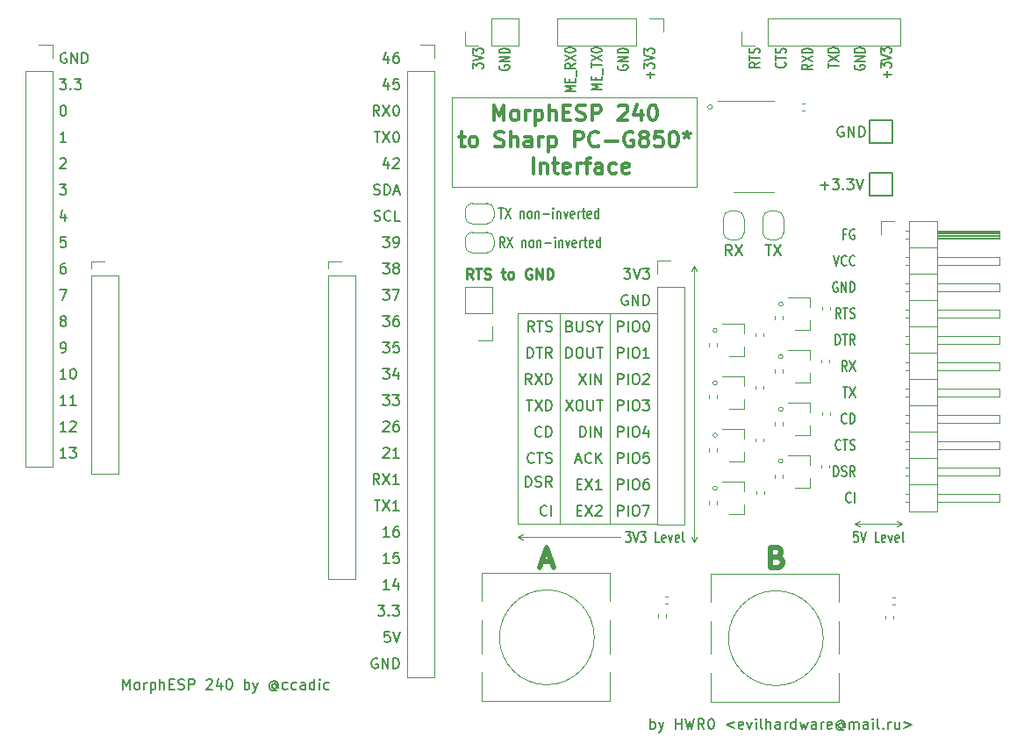
<source format=gbr>
%TF.GenerationSoftware,KiCad,Pcbnew,(5.1.8)-1*%
%TF.CreationDate,2020-11-23T02:20:36+03:00*%
%TF.ProjectId,morphesp240_g850_interface,6d6f7270-6865-4737-9032-34305f673835,1.0*%
%TF.SameCoordinates,Original*%
%TF.FileFunction,Legend,Top*%
%TF.FilePolarity,Positive*%
%FSLAX46Y46*%
G04 Gerber Fmt 4.6, Leading zero omitted, Abs format (unit mm)*
G04 Created by KiCad (PCBNEW (5.1.8)-1) date 2020-11-23 02:20:36*
%MOMM*%
%LPD*%
G01*
G04 APERTURE LIST*
%ADD10C,0.120000*%
%ADD11C,0.150000*%
%ADD12C,0.300000*%
%ADD13C,0.250000*%
%ADD14C,0.500000*%
G04 APERTURE END LIST*
D10*
X144202054Y-103708200D02*
G75*
G03*
X144202054Y-103708200I-209454J0D01*
G01*
X150552054Y-101092000D02*
G75*
G03*
X150552054Y-101092000I-209454J0D01*
G01*
X144202054Y-98602800D02*
G75*
G03*
X144202054Y-98602800I-209454J0D01*
G01*
X150552054Y-96088200D02*
G75*
G03*
X150552054Y-96088200I-209454J0D01*
G01*
X144202054Y-93548200D02*
G75*
G03*
X144202054Y-93548200I-209454J0D01*
G01*
X150545801Y-91008200D02*
G75*
G03*
X150545801Y-91008200I-209454J0D01*
G01*
X150552054Y-85953600D02*
G75*
G03*
X150552054Y-85953600I-209454J0D01*
G01*
X144186041Y-88493600D02*
G75*
G03*
X144186041Y-88493600I-193441J0D01*
G01*
X143719454Y-66929000D02*
G75*
G03*
X143719454Y-66929000I-209454J0D01*
G01*
D11*
X160599428Y-64067023D02*
X160599428Y-63457500D01*
X160980380Y-63762261D02*
X160218476Y-63762261D01*
X159980380Y-63152738D02*
X159980380Y-62657500D01*
X160361333Y-62924166D01*
X160361333Y-62809880D01*
X160408952Y-62733690D01*
X160456571Y-62695595D01*
X160551809Y-62657500D01*
X160789904Y-62657500D01*
X160885142Y-62695595D01*
X160932761Y-62733690D01*
X160980380Y-62809880D01*
X160980380Y-63038452D01*
X160932761Y-63114642D01*
X160885142Y-63152738D01*
X159980380Y-62428928D02*
X160980380Y-62162261D01*
X159980380Y-61895595D01*
X159980380Y-61705119D02*
X159980380Y-61209880D01*
X160361333Y-61476547D01*
X160361333Y-61362261D01*
X160408952Y-61286071D01*
X160456571Y-61247976D01*
X160551809Y-61209880D01*
X160789904Y-61209880D01*
X160885142Y-61247976D01*
X160932761Y-61286071D01*
X160980380Y-61362261D01*
X160980380Y-61590833D01*
X160932761Y-61667023D01*
X160885142Y-61705119D01*
X157488000Y-62886071D02*
X157440380Y-62962261D01*
X157440380Y-63076547D01*
X157488000Y-63190833D01*
X157583238Y-63267023D01*
X157678476Y-63305119D01*
X157868952Y-63343214D01*
X158011809Y-63343214D01*
X158202285Y-63305119D01*
X158297523Y-63267023D01*
X158392761Y-63190833D01*
X158440380Y-63076547D01*
X158440380Y-63000357D01*
X158392761Y-62886071D01*
X158345142Y-62847976D01*
X158011809Y-62847976D01*
X158011809Y-63000357D01*
X158440380Y-62505119D02*
X157440380Y-62505119D01*
X158440380Y-62047976D01*
X157440380Y-62047976D01*
X158440380Y-61667023D02*
X157440380Y-61667023D01*
X157440380Y-61476547D01*
X157488000Y-61362261D01*
X157583238Y-61286071D01*
X157678476Y-61247976D01*
X157868952Y-61209880D01*
X158011809Y-61209880D01*
X158202285Y-61247976D01*
X158297523Y-61286071D01*
X158392761Y-61362261D01*
X158440380Y-61476547D01*
X158440380Y-61667023D01*
X154900380Y-63152738D02*
X154900380Y-62695595D01*
X155900380Y-62924166D02*
X154900380Y-62924166D01*
X154900380Y-62505119D02*
X155900380Y-61971785D01*
X154900380Y-61971785D02*
X155900380Y-62505119D01*
X155900380Y-61667023D02*
X154900380Y-61667023D01*
X154900380Y-61476547D01*
X154948000Y-61362261D01*
X155043238Y-61286071D01*
X155138476Y-61247976D01*
X155328952Y-61209880D01*
X155471809Y-61209880D01*
X155662285Y-61247976D01*
X155757523Y-61286071D01*
X155852761Y-61362261D01*
X155900380Y-61476547D01*
X155900380Y-61667023D01*
X153360380Y-62831785D02*
X152884190Y-63098452D01*
X153360380Y-63288928D02*
X152360380Y-63288928D01*
X152360380Y-62984166D01*
X152408000Y-62907976D01*
X152455619Y-62869880D01*
X152550857Y-62831785D01*
X152693714Y-62831785D01*
X152788952Y-62869880D01*
X152836571Y-62907976D01*
X152884190Y-62984166D01*
X152884190Y-63288928D01*
X152360380Y-62565119D02*
X153360380Y-62031785D01*
X152360380Y-62031785D02*
X153360380Y-62565119D01*
X153360380Y-61727023D02*
X152360380Y-61727023D01*
X152360380Y-61536547D01*
X152408000Y-61422261D01*
X152503238Y-61346071D01*
X152598476Y-61307976D01*
X152788952Y-61269880D01*
X152931809Y-61269880D01*
X153122285Y-61307976D01*
X153217523Y-61346071D01*
X153312761Y-61422261D01*
X153360380Y-61536547D01*
X153360380Y-61727023D01*
X150725142Y-62641309D02*
X150772761Y-62679404D01*
X150820380Y-62793690D01*
X150820380Y-62869880D01*
X150772761Y-62984166D01*
X150677523Y-63060357D01*
X150582285Y-63098452D01*
X150391809Y-63136547D01*
X150248952Y-63136547D01*
X150058476Y-63098452D01*
X149963238Y-63060357D01*
X149868000Y-62984166D01*
X149820380Y-62869880D01*
X149820380Y-62793690D01*
X149868000Y-62679404D01*
X149915619Y-62641309D01*
X149820380Y-62412738D02*
X149820380Y-61955595D01*
X150820380Y-62184166D02*
X149820380Y-62184166D01*
X150772761Y-61727023D02*
X150820380Y-61612738D01*
X150820380Y-61422261D01*
X150772761Y-61346071D01*
X150725142Y-61307976D01*
X150629904Y-61269880D01*
X150534666Y-61269880D01*
X150439428Y-61307976D01*
X150391809Y-61346071D01*
X150344190Y-61422261D01*
X150296571Y-61574642D01*
X150248952Y-61650833D01*
X150201333Y-61688928D01*
X150106095Y-61727023D01*
X150010857Y-61727023D01*
X149915619Y-61688928D01*
X149868000Y-61650833D01*
X149820380Y-61574642D01*
X149820380Y-61384166D01*
X149868000Y-61269880D01*
X148280380Y-62641309D02*
X147804190Y-62907976D01*
X148280380Y-63098452D02*
X147280380Y-63098452D01*
X147280380Y-62793690D01*
X147328000Y-62717500D01*
X147375619Y-62679404D01*
X147470857Y-62641309D01*
X147613714Y-62641309D01*
X147708952Y-62679404D01*
X147756571Y-62717500D01*
X147804190Y-62793690D01*
X147804190Y-63098452D01*
X147280380Y-62412738D02*
X147280380Y-61955595D01*
X148280380Y-62184166D02*
X147280380Y-62184166D01*
X148232761Y-61727023D02*
X148280380Y-61612738D01*
X148280380Y-61422261D01*
X148232761Y-61346071D01*
X148185142Y-61307976D01*
X148089904Y-61269880D01*
X147994666Y-61269880D01*
X147899428Y-61307976D01*
X147851809Y-61346071D01*
X147804190Y-61422261D01*
X147756571Y-61574642D01*
X147708952Y-61650833D01*
X147661333Y-61688928D01*
X147566095Y-61727023D01*
X147470857Y-61727023D01*
X147375619Y-61688928D01*
X147328000Y-61650833D01*
X147280380Y-61574642D01*
X147280380Y-61384166D01*
X147328000Y-61269880D01*
X133040380Y-65247976D02*
X132040380Y-65247976D01*
X132754666Y-64981309D01*
X132040380Y-64714642D01*
X133040380Y-64714642D01*
X132516571Y-64333690D02*
X132516571Y-64067023D01*
X133040380Y-63952738D02*
X133040380Y-64333690D01*
X132040380Y-64333690D01*
X132040380Y-63952738D01*
X133135619Y-63800357D02*
X133135619Y-63190833D01*
X132040380Y-63114642D02*
X132040380Y-62657500D01*
X133040380Y-62886071D02*
X132040380Y-62886071D01*
X132040380Y-62467023D02*
X133040380Y-61933690D01*
X132040380Y-61933690D02*
X133040380Y-62467023D01*
X132040380Y-61476547D02*
X132040380Y-61400357D01*
X132088000Y-61324166D01*
X132135619Y-61286071D01*
X132230857Y-61247976D01*
X132421333Y-61209880D01*
X132659428Y-61209880D01*
X132849904Y-61247976D01*
X132945142Y-61286071D01*
X132992761Y-61324166D01*
X133040380Y-61400357D01*
X133040380Y-61476547D01*
X132992761Y-61552738D01*
X132945142Y-61590833D01*
X132849904Y-61628928D01*
X132659428Y-61667023D01*
X132421333Y-61667023D01*
X132230857Y-61628928D01*
X132135619Y-61590833D01*
X132088000Y-61552738D01*
X132040380Y-61476547D01*
X130500380Y-65438452D02*
X129500380Y-65438452D01*
X130214666Y-65171785D01*
X129500380Y-64905119D01*
X130500380Y-64905119D01*
X129976571Y-64524166D02*
X129976571Y-64257500D01*
X130500380Y-64143214D02*
X130500380Y-64524166D01*
X129500380Y-64524166D01*
X129500380Y-64143214D01*
X130595619Y-63990833D02*
X130595619Y-63381309D01*
X130500380Y-62733690D02*
X130024190Y-63000357D01*
X130500380Y-63190833D02*
X129500380Y-63190833D01*
X129500380Y-62886071D01*
X129548000Y-62809880D01*
X129595619Y-62771785D01*
X129690857Y-62733690D01*
X129833714Y-62733690D01*
X129928952Y-62771785D01*
X129976571Y-62809880D01*
X130024190Y-62886071D01*
X130024190Y-63190833D01*
X129500380Y-62467023D02*
X130500380Y-61933690D01*
X129500380Y-61933690D02*
X130500380Y-62467023D01*
X129500380Y-61476547D02*
X129500380Y-61400357D01*
X129548000Y-61324166D01*
X129595619Y-61286071D01*
X129690857Y-61247976D01*
X129881333Y-61209880D01*
X130119428Y-61209880D01*
X130309904Y-61247976D01*
X130405142Y-61286071D01*
X130452761Y-61324166D01*
X130500380Y-61400357D01*
X130500380Y-61476547D01*
X130452761Y-61552738D01*
X130405142Y-61590833D01*
X130309904Y-61628928D01*
X130119428Y-61667023D01*
X129881333Y-61667023D01*
X129690857Y-61628928D01*
X129595619Y-61590833D01*
X129548000Y-61552738D01*
X129500380Y-61476547D01*
X137739428Y-64127023D02*
X137739428Y-63517500D01*
X138120380Y-63822261D02*
X137358476Y-63822261D01*
X137120380Y-63212738D02*
X137120380Y-62717500D01*
X137501333Y-62984166D01*
X137501333Y-62869880D01*
X137548952Y-62793690D01*
X137596571Y-62755595D01*
X137691809Y-62717500D01*
X137929904Y-62717500D01*
X138025142Y-62755595D01*
X138072761Y-62793690D01*
X138120380Y-62869880D01*
X138120380Y-63098452D01*
X138072761Y-63174642D01*
X138025142Y-63212738D01*
X137120380Y-62488928D02*
X138120380Y-62222261D01*
X137120380Y-61955595D01*
X137120380Y-61765119D02*
X137120380Y-61269880D01*
X137501333Y-61536547D01*
X137501333Y-61422261D01*
X137548952Y-61346071D01*
X137596571Y-61307976D01*
X137691809Y-61269880D01*
X137929904Y-61269880D01*
X138025142Y-61307976D01*
X138072761Y-61346071D01*
X138120380Y-61422261D01*
X138120380Y-61650833D01*
X138072761Y-61727023D01*
X138025142Y-61765119D01*
X134628000Y-62946071D02*
X134580380Y-63022261D01*
X134580380Y-63136547D01*
X134628000Y-63250833D01*
X134723238Y-63327023D01*
X134818476Y-63365119D01*
X135008952Y-63403214D01*
X135151809Y-63403214D01*
X135342285Y-63365119D01*
X135437523Y-63327023D01*
X135532761Y-63250833D01*
X135580380Y-63136547D01*
X135580380Y-63060357D01*
X135532761Y-62946071D01*
X135485142Y-62907976D01*
X135151809Y-62907976D01*
X135151809Y-63060357D01*
X135580380Y-62565119D02*
X134580380Y-62565119D01*
X135580380Y-62107976D01*
X134580380Y-62107976D01*
X135580380Y-61727023D02*
X134580380Y-61727023D01*
X134580380Y-61536547D01*
X134628000Y-61422261D01*
X134723238Y-61346071D01*
X134818476Y-61307976D01*
X135008952Y-61269880D01*
X135151809Y-61269880D01*
X135342285Y-61307976D01*
X135437523Y-61346071D01*
X135532761Y-61422261D01*
X135580380Y-61536547D01*
X135580380Y-61727023D01*
X123198000Y-62946071D02*
X123150380Y-63022261D01*
X123150380Y-63136547D01*
X123198000Y-63250833D01*
X123293238Y-63327023D01*
X123388476Y-63365119D01*
X123578952Y-63403214D01*
X123721809Y-63403214D01*
X123912285Y-63365119D01*
X124007523Y-63327023D01*
X124102761Y-63250833D01*
X124150380Y-63136547D01*
X124150380Y-63060357D01*
X124102761Y-62946071D01*
X124055142Y-62907976D01*
X123721809Y-62907976D01*
X123721809Y-63060357D01*
X124150380Y-62565119D02*
X123150380Y-62565119D01*
X124150380Y-62107976D01*
X123150380Y-62107976D01*
X124150380Y-61727023D02*
X123150380Y-61727023D01*
X123150380Y-61536547D01*
X123198000Y-61422261D01*
X123293238Y-61346071D01*
X123388476Y-61307976D01*
X123578952Y-61269880D01*
X123721809Y-61269880D01*
X123912285Y-61307976D01*
X124007523Y-61346071D01*
X124102761Y-61422261D01*
X124150380Y-61536547D01*
X124150380Y-61727023D01*
X120610380Y-63212738D02*
X120610380Y-62717500D01*
X120991333Y-62984166D01*
X120991333Y-62869880D01*
X121038952Y-62793690D01*
X121086571Y-62755595D01*
X121181809Y-62717500D01*
X121419904Y-62717500D01*
X121515142Y-62755595D01*
X121562761Y-62793690D01*
X121610380Y-62869880D01*
X121610380Y-63098452D01*
X121562761Y-63174642D01*
X121515142Y-63212738D01*
X120610380Y-62488928D02*
X121610380Y-62222261D01*
X120610380Y-61955595D01*
X120610380Y-61765119D02*
X120610380Y-61269880D01*
X120991333Y-61536547D01*
X120991333Y-61422261D01*
X121038952Y-61346071D01*
X121086571Y-61307976D01*
X121181809Y-61269880D01*
X121419904Y-61269880D01*
X121515142Y-61307976D01*
X121562761Y-61346071D01*
X121610380Y-61422261D01*
X121610380Y-61650833D01*
X121562761Y-61727023D01*
X121515142Y-61765119D01*
X157103166Y-105005142D02*
X157065071Y-105052761D01*
X156950785Y-105100380D01*
X156874595Y-105100380D01*
X156760309Y-105052761D01*
X156684119Y-104957523D01*
X156646023Y-104862285D01*
X156607928Y-104671809D01*
X156607928Y-104528952D01*
X156646023Y-104338476D01*
X156684119Y-104243238D01*
X156760309Y-104148000D01*
X156874595Y-104100380D01*
X156950785Y-104100380D01*
X157065071Y-104148000D01*
X157103166Y-104195619D01*
X157446023Y-105100380D02*
X157446023Y-104100380D01*
X155465071Y-102560380D02*
X155465071Y-101560380D01*
X155655547Y-101560380D01*
X155769833Y-101608000D01*
X155846023Y-101703238D01*
X155884119Y-101798476D01*
X155922214Y-101988952D01*
X155922214Y-102131809D01*
X155884119Y-102322285D01*
X155846023Y-102417523D01*
X155769833Y-102512761D01*
X155655547Y-102560380D01*
X155465071Y-102560380D01*
X156226976Y-102512761D02*
X156341261Y-102560380D01*
X156531738Y-102560380D01*
X156607928Y-102512761D01*
X156646023Y-102465142D01*
X156684119Y-102369904D01*
X156684119Y-102274666D01*
X156646023Y-102179428D01*
X156607928Y-102131809D01*
X156531738Y-102084190D01*
X156379357Y-102036571D01*
X156303166Y-101988952D01*
X156265071Y-101941333D01*
X156226976Y-101846095D01*
X156226976Y-101750857D01*
X156265071Y-101655619D01*
X156303166Y-101608000D01*
X156379357Y-101560380D01*
X156569833Y-101560380D01*
X156684119Y-101608000D01*
X157484119Y-102560380D02*
X157217452Y-102084190D01*
X157026976Y-102560380D02*
X157026976Y-101560380D01*
X157331738Y-101560380D01*
X157407928Y-101608000D01*
X157446023Y-101655619D01*
X157484119Y-101750857D01*
X157484119Y-101893714D01*
X157446023Y-101988952D01*
X157407928Y-102036571D01*
X157331738Y-102084190D01*
X157026976Y-102084190D01*
X156112690Y-99925142D02*
X156074595Y-99972761D01*
X155960309Y-100020380D01*
X155884119Y-100020380D01*
X155769833Y-99972761D01*
X155693642Y-99877523D01*
X155655547Y-99782285D01*
X155617452Y-99591809D01*
X155617452Y-99448952D01*
X155655547Y-99258476D01*
X155693642Y-99163238D01*
X155769833Y-99068000D01*
X155884119Y-99020380D01*
X155960309Y-99020380D01*
X156074595Y-99068000D01*
X156112690Y-99115619D01*
X156341261Y-99020380D02*
X156798404Y-99020380D01*
X156569833Y-100020380D02*
X156569833Y-99020380D01*
X157026976Y-99972761D02*
X157141261Y-100020380D01*
X157331738Y-100020380D01*
X157407928Y-99972761D01*
X157446023Y-99925142D01*
X157484119Y-99829904D01*
X157484119Y-99734666D01*
X157446023Y-99639428D01*
X157407928Y-99591809D01*
X157331738Y-99544190D01*
X157179357Y-99496571D01*
X157103166Y-99448952D01*
X157065071Y-99401333D01*
X157026976Y-99306095D01*
X157026976Y-99210857D01*
X157065071Y-99115619D01*
X157103166Y-99068000D01*
X157179357Y-99020380D01*
X157369833Y-99020380D01*
X157484119Y-99068000D01*
X156684119Y-97385142D02*
X156646023Y-97432761D01*
X156531738Y-97480380D01*
X156455547Y-97480380D01*
X156341261Y-97432761D01*
X156265071Y-97337523D01*
X156226976Y-97242285D01*
X156188880Y-97051809D01*
X156188880Y-96908952D01*
X156226976Y-96718476D01*
X156265071Y-96623238D01*
X156341261Y-96528000D01*
X156455547Y-96480380D01*
X156531738Y-96480380D01*
X156646023Y-96528000D01*
X156684119Y-96575619D01*
X157026976Y-97480380D02*
X157026976Y-96480380D01*
X157217452Y-96480380D01*
X157331738Y-96528000D01*
X157407928Y-96623238D01*
X157446023Y-96718476D01*
X157484119Y-96908952D01*
X157484119Y-97051809D01*
X157446023Y-97242285D01*
X157407928Y-97337523D01*
X157331738Y-97432761D01*
X157217452Y-97480380D01*
X157026976Y-97480380D01*
X156341261Y-93940380D02*
X156798404Y-93940380D01*
X156569833Y-94940380D02*
X156569833Y-93940380D01*
X156988880Y-93940380D02*
X157522214Y-94940380D01*
X157522214Y-93940380D02*
X156988880Y-94940380D01*
X156722214Y-92400380D02*
X156455547Y-91924190D01*
X156265071Y-92400380D02*
X156265071Y-91400380D01*
X156569833Y-91400380D01*
X156646023Y-91448000D01*
X156684119Y-91495619D01*
X156722214Y-91590857D01*
X156722214Y-91733714D01*
X156684119Y-91828952D01*
X156646023Y-91876571D01*
X156569833Y-91924190D01*
X156265071Y-91924190D01*
X156988880Y-91400380D02*
X157522214Y-92400380D01*
X157522214Y-91400380D02*
X156988880Y-92400380D01*
X155617452Y-89860380D02*
X155617452Y-88860380D01*
X155807928Y-88860380D01*
X155922214Y-88908000D01*
X155998404Y-89003238D01*
X156036500Y-89098476D01*
X156074595Y-89288952D01*
X156074595Y-89431809D01*
X156036500Y-89622285D01*
X155998404Y-89717523D01*
X155922214Y-89812761D01*
X155807928Y-89860380D01*
X155617452Y-89860380D01*
X156303166Y-88860380D02*
X156760309Y-88860380D01*
X156531738Y-89860380D02*
X156531738Y-88860380D01*
X157484119Y-89860380D02*
X157217452Y-89384190D01*
X157026976Y-89860380D02*
X157026976Y-88860380D01*
X157331738Y-88860380D01*
X157407928Y-88908000D01*
X157446023Y-88955619D01*
X157484119Y-89050857D01*
X157484119Y-89193714D01*
X157446023Y-89288952D01*
X157407928Y-89336571D01*
X157331738Y-89384190D01*
X157026976Y-89384190D01*
X156112690Y-87320380D02*
X155846023Y-86844190D01*
X155655547Y-87320380D02*
X155655547Y-86320380D01*
X155960309Y-86320380D01*
X156036500Y-86368000D01*
X156074595Y-86415619D01*
X156112690Y-86510857D01*
X156112690Y-86653714D01*
X156074595Y-86748952D01*
X156036500Y-86796571D01*
X155960309Y-86844190D01*
X155655547Y-86844190D01*
X156341261Y-86320380D02*
X156798404Y-86320380D01*
X156569833Y-87320380D02*
X156569833Y-86320380D01*
X157026976Y-87272761D02*
X157141261Y-87320380D01*
X157331738Y-87320380D01*
X157407928Y-87272761D01*
X157446023Y-87225142D01*
X157484119Y-87129904D01*
X157484119Y-87034666D01*
X157446023Y-86939428D01*
X157407928Y-86891809D01*
X157331738Y-86844190D01*
X157179357Y-86796571D01*
X157103166Y-86748952D01*
X157065071Y-86701333D01*
X157026976Y-86606095D01*
X157026976Y-86510857D01*
X157065071Y-86415619D01*
X157103166Y-86368000D01*
X157179357Y-86320380D01*
X157369833Y-86320380D01*
X157484119Y-86368000D01*
X155807928Y-83828000D02*
X155731738Y-83780380D01*
X155617452Y-83780380D01*
X155503166Y-83828000D01*
X155426976Y-83923238D01*
X155388880Y-84018476D01*
X155350785Y-84208952D01*
X155350785Y-84351809D01*
X155388880Y-84542285D01*
X155426976Y-84637523D01*
X155503166Y-84732761D01*
X155617452Y-84780380D01*
X155693642Y-84780380D01*
X155807928Y-84732761D01*
X155846023Y-84685142D01*
X155846023Y-84351809D01*
X155693642Y-84351809D01*
X156188880Y-84780380D02*
X156188880Y-83780380D01*
X156646023Y-84780380D01*
X156646023Y-83780380D01*
X157026976Y-84780380D02*
X157026976Y-83780380D01*
X157217452Y-83780380D01*
X157331738Y-83828000D01*
X157407928Y-83923238D01*
X157446023Y-84018476D01*
X157484119Y-84208952D01*
X157484119Y-84351809D01*
X157446023Y-84542285D01*
X157407928Y-84637523D01*
X157331738Y-84732761D01*
X157217452Y-84780380D01*
X157026976Y-84780380D01*
X155426976Y-81240380D02*
X155693642Y-82240380D01*
X155960309Y-81240380D01*
X156684119Y-82145142D02*
X156646023Y-82192761D01*
X156531738Y-82240380D01*
X156455547Y-82240380D01*
X156341261Y-82192761D01*
X156265071Y-82097523D01*
X156226976Y-82002285D01*
X156188880Y-81811809D01*
X156188880Y-81668952D01*
X156226976Y-81478476D01*
X156265071Y-81383238D01*
X156341261Y-81288000D01*
X156455547Y-81240380D01*
X156531738Y-81240380D01*
X156646023Y-81288000D01*
X156684119Y-81335619D01*
X157484119Y-82145142D02*
X157446023Y-82192761D01*
X157331738Y-82240380D01*
X157255547Y-82240380D01*
X157141261Y-82192761D01*
X157065071Y-82097523D01*
X157026976Y-82002285D01*
X156988880Y-81811809D01*
X156988880Y-81668952D01*
X157026976Y-81478476D01*
X157065071Y-81383238D01*
X157141261Y-81288000D01*
X157255547Y-81240380D01*
X157331738Y-81240380D01*
X157446023Y-81288000D01*
X157484119Y-81335619D01*
X156607928Y-79176571D02*
X156341261Y-79176571D01*
X156341261Y-79700380D02*
X156341261Y-78700380D01*
X156722214Y-78700380D01*
X157446023Y-78748000D02*
X157369833Y-78700380D01*
X157255547Y-78700380D01*
X157141261Y-78748000D01*
X157065071Y-78843238D01*
X157026976Y-78938476D01*
X156988880Y-79128952D01*
X156988880Y-79271809D01*
X157026976Y-79462285D01*
X157065071Y-79557523D01*
X157141261Y-79652761D01*
X157255547Y-79700380D01*
X157331738Y-79700380D01*
X157446023Y-79652761D01*
X157484119Y-79605142D01*
X157484119Y-79271809D01*
X157331738Y-79271809D01*
X156366785Y-68842000D02*
X156271547Y-68794380D01*
X156128690Y-68794380D01*
X155985833Y-68842000D01*
X155890595Y-68937238D01*
X155842976Y-69032476D01*
X155795357Y-69222952D01*
X155795357Y-69365809D01*
X155842976Y-69556285D01*
X155890595Y-69651523D01*
X155985833Y-69746761D01*
X156128690Y-69794380D01*
X156223928Y-69794380D01*
X156366785Y-69746761D01*
X156414404Y-69699142D01*
X156414404Y-69365809D01*
X156223928Y-69365809D01*
X156842976Y-69794380D02*
X156842976Y-68794380D01*
X157414404Y-69794380D01*
X157414404Y-68794380D01*
X157890595Y-69794380D02*
X157890595Y-68794380D01*
X158128690Y-68794380D01*
X158271547Y-68842000D01*
X158366785Y-68937238D01*
X158414404Y-69032476D01*
X158462023Y-69222952D01*
X158462023Y-69365809D01*
X158414404Y-69556285D01*
X158366785Y-69651523D01*
X158271547Y-69746761D01*
X158128690Y-69794380D01*
X157890595Y-69794380D01*
X154160404Y-74493428D02*
X154922309Y-74493428D01*
X154541357Y-74874380D02*
X154541357Y-74112476D01*
X155303261Y-73874380D02*
X155922309Y-73874380D01*
X155588976Y-74255333D01*
X155731833Y-74255333D01*
X155827071Y-74302952D01*
X155874690Y-74350571D01*
X155922309Y-74445809D01*
X155922309Y-74683904D01*
X155874690Y-74779142D01*
X155827071Y-74826761D01*
X155731833Y-74874380D01*
X155446119Y-74874380D01*
X155350880Y-74826761D01*
X155303261Y-74779142D01*
X156350880Y-74779142D02*
X156398500Y-74826761D01*
X156350880Y-74874380D01*
X156303261Y-74826761D01*
X156350880Y-74779142D01*
X156350880Y-74874380D01*
X156731833Y-73874380D02*
X157350880Y-73874380D01*
X157017547Y-74255333D01*
X157160404Y-74255333D01*
X157255642Y-74302952D01*
X157303261Y-74350571D01*
X157350880Y-74445809D01*
X157350880Y-74683904D01*
X157303261Y-74779142D01*
X157255642Y-74826761D01*
X157160404Y-74874380D01*
X156874690Y-74874380D01*
X156779452Y-74826761D01*
X156731833Y-74779142D01*
X157636595Y-73874380D02*
X157969928Y-74874380D01*
X158303261Y-73874380D01*
D10*
X125476000Y-108712000D02*
X124968000Y-108458000D01*
X125476000Y-108204000D02*
X124968000Y-108458000D01*
X124968000Y-108458000D02*
X125476000Y-108204000D01*
X134874000Y-108458000D02*
X124968000Y-108458000D01*
X118618000Y-74676000D02*
X119126000Y-74676000D01*
X118618000Y-66040000D02*
X118618000Y-74676000D01*
X142240000Y-66040000D02*
X118618000Y-66040000D01*
X142240000Y-74676000D02*
X142240000Y-66040000D01*
X141732000Y-74676000D02*
X142240000Y-74676000D01*
X119126000Y-74676000D02*
X141732000Y-74676000D01*
X141986000Y-108966000D02*
X142240000Y-108458000D01*
X141986000Y-108966000D02*
X141732000Y-108458000D01*
X141986000Y-108458000D02*
X141986000Y-108966000D01*
X141986000Y-82296000D02*
X141732000Y-82804000D01*
X141986000Y-82296000D02*
X142240000Y-82804000D01*
X141986000Y-108458000D02*
X141986000Y-82296000D01*
D11*
X135356952Y-107910380D02*
X135852190Y-107910380D01*
X135585523Y-108291333D01*
X135699809Y-108291333D01*
X135776000Y-108338952D01*
X135814095Y-108386571D01*
X135852190Y-108481809D01*
X135852190Y-108719904D01*
X135814095Y-108815142D01*
X135776000Y-108862761D01*
X135699809Y-108910380D01*
X135471238Y-108910380D01*
X135395047Y-108862761D01*
X135356952Y-108815142D01*
X136080761Y-107910380D02*
X136347428Y-108910380D01*
X136614095Y-107910380D01*
X136804571Y-107910380D02*
X137299809Y-107910380D01*
X137033142Y-108291333D01*
X137147428Y-108291333D01*
X137223619Y-108338952D01*
X137261714Y-108386571D01*
X137299809Y-108481809D01*
X137299809Y-108719904D01*
X137261714Y-108815142D01*
X137223619Y-108862761D01*
X137147428Y-108910380D01*
X136918857Y-108910380D01*
X136842666Y-108862761D01*
X136804571Y-108815142D01*
X138633142Y-108910380D02*
X138252190Y-108910380D01*
X138252190Y-107910380D01*
X139204571Y-108862761D02*
X139128380Y-108910380D01*
X138976000Y-108910380D01*
X138899809Y-108862761D01*
X138861714Y-108767523D01*
X138861714Y-108386571D01*
X138899809Y-108291333D01*
X138976000Y-108243714D01*
X139128380Y-108243714D01*
X139204571Y-108291333D01*
X139242666Y-108386571D01*
X139242666Y-108481809D01*
X138861714Y-108577047D01*
X139509333Y-108243714D02*
X139699809Y-108910380D01*
X139890285Y-108243714D01*
X140499809Y-108862761D02*
X140423619Y-108910380D01*
X140271238Y-108910380D01*
X140195047Y-108862761D01*
X140156952Y-108767523D01*
X140156952Y-108386571D01*
X140195047Y-108291333D01*
X140271238Y-108243714D01*
X140423619Y-108243714D01*
X140499809Y-108291333D01*
X140537904Y-108386571D01*
X140537904Y-108481809D01*
X140156952Y-108577047D01*
X140995047Y-108910380D02*
X140918857Y-108862761D01*
X140880761Y-108767523D01*
X140880761Y-107910380D01*
X157785047Y-107910380D02*
X157404095Y-107910380D01*
X157366000Y-108386571D01*
X157404095Y-108338952D01*
X157480285Y-108291333D01*
X157670761Y-108291333D01*
X157746952Y-108338952D01*
X157785047Y-108386571D01*
X157823142Y-108481809D01*
X157823142Y-108719904D01*
X157785047Y-108815142D01*
X157746952Y-108862761D01*
X157670761Y-108910380D01*
X157480285Y-108910380D01*
X157404095Y-108862761D01*
X157366000Y-108815142D01*
X158051714Y-107910380D02*
X158318380Y-108910380D01*
X158585047Y-107910380D01*
X159842190Y-108910380D02*
X159461238Y-108910380D01*
X159461238Y-107910380D01*
X160413619Y-108862761D02*
X160337428Y-108910380D01*
X160185047Y-108910380D01*
X160108857Y-108862761D01*
X160070761Y-108767523D01*
X160070761Y-108386571D01*
X160108857Y-108291333D01*
X160185047Y-108243714D01*
X160337428Y-108243714D01*
X160413619Y-108291333D01*
X160451714Y-108386571D01*
X160451714Y-108481809D01*
X160070761Y-108577047D01*
X160718380Y-108243714D02*
X160908857Y-108910380D01*
X161099333Y-108243714D01*
X161708857Y-108862761D02*
X161632666Y-108910380D01*
X161480285Y-108910380D01*
X161404095Y-108862761D01*
X161366000Y-108767523D01*
X161366000Y-108386571D01*
X161404095Y-108291333D01*
X161480285Y-108243714D01*
X161632666Y-108243714D01*
X161708857Y-108291333D01*
X161746952Y-108386571D01*
X161746952Y-108481809D01*
X161366000Y-108577047D01*
X162204095Y-108910380D02*
X162127904Y-108862761D01*
X162089809Y-108767523D01*
X162089809Y-107910380D01*
D10*
X162052000Y-107188000D02*
X161544000Y-107442000D01*
X162052000Y-107188000D02*
X161544000Y-106934000D01*
X157480000Y-107188000D02*
X157988000Y-107442000D01*
X157480000Y-107188000D02*
X157988000Y-106934000D01*
X157480000Y-107188000D02*
X162052000Y-107188000D01*
D11*
X86869238Y-123134380D02*
X86869238Y-122134380D01*
X87202571Y-122848666D01*
X87535904Y-122134380D01*
X87535904Y-123134380D01*
X88154952Y-123134380D02*
X88059714Y-123086761D01*
X88012095Y-123039142D01*
X87964476Y-122943904D01*
X87964476Y-122658190D01*
X88012095Y-122562952D01*
X88059714Y-122515333D01*
X88154952Y-122467714D01*
X88297809Y-122467714D01*
X88393047Y-122515333D01*
X88440666Y-122562952D01*
X88488285Y-122658190D01*
X88488285Y-122943904D01*
X88440666Y-123039142D01*
X88393047Y-123086761D01*
X88297809Y-123134380D01*
X88154952Y-123134380D01*
X88916857Y-123134380D02*
X88916857Y-122467714D01*
X88916857Y-122658190D02*
X88964476Y-122562952D01*
X89012095Y-122515333D01*
X89107333Y-122467714D01*
X89202571Y-122467714D01*
X89535904Y-122467714D02*
X89535904Y-123467714D01*
X89535904Y-122515333D02*
X89631142Y-122467714D01*
X89821619Y-122467714D01*
X89916857Y-122515333D01*
X89964476Y-122562952D01*
X90012095Y-122658190D01*
X90012095Y-122943904D01*
X89964476Y-123039142D01*
X89916857Y-123086761D01*
X89821619Y-123134380D01*
X89631142Y-123134380D01*
X89535904Y-123086761D01*
X90440666Y-123134380D02*
X90440666Y-122134380D01*
X90869238Y-123134380D02*
X90869238Y-122610571D01*
X90821619Y-122515333D01*
X90726380Y-122467714D01*
X90583523Y-122467714D01*
X90488285Y-122515333D01*
X90440666Y-122562952D01*
X91345428Y-122610571D02*
X91678761Y-122610571D01*
X91821619Y-123134380D02*
X91345428Y-123134380D01*
X91345428Y-122134380D01*
X91821619Y-122134380D01*
X92202571Y-123086761D02*
X92345428Y-123134380D01*
X92583523Y-123134380D01*
X92678761Y-123086761D01*
X92726380Y-123039142D01*
X92774000Y-122943904D01*
X92774000Y-122848666D01*
X92726380Y-122753428D01*
X92678761Y-122705809D01*
X92583523Y-122658190D01*
X92393047Y-122610571D01*
X92297809Y-122562952D01*
X92250190Y-122515333D01*
X92202571Y-122420095D01*
X92202571Y-122324857D01*
X92250190Y-122229619D01*
X92297809Y-122182000D01*
X92393047Y-122134380D01*
X92631142Y-122134380D01*
X92774000Y-122182000D01*
X93202571Y-123134380D02*
X93202571Y-122134380D01*
X93583523Y-122134380D01*
X93678761Y-122182000D01*
X93726380Y-122229619D01*
X93774000Y-122324857D01*
X93774000Y-122467714D01*
X93726380Y-122562952D01*
X93678761Y-122610571D01*
X93583523Y-122658190D01*
X93202571Y-122658190D01*
X94916857Y-122229619D02*
X94964476Y-122182000D01*
X95059714Y-122134380D01*
X95297809Y-122134380D01*
X95393047Y-122182000D01*
X95440666Y-122229619D01*
X95488285Y-122324857D01*
X95488285Y-122420095D01*
X95440666Y-122562952D01*
X94869238Y-123134380D01*
X95488285Y-123134380D01*
X96345428Y-122467714D02*
X96345428Y-123134380D01*
X96107333Y-122086761D02*
X95869238Y-122801047D01*
X96488285Y-122801047D01*
X97059714Y-122134380D02*
X97154952Y-122134380D01*
X97250190Y-122182000D01*
X97297809Y-122229619D01*
X97345428Y-122324857D01*
X97393047Y-122515333D01*
X97393047Y-122753428D01*
X97345428Y-122943904D01*
X97297809Y-123039142D01*
X97250190Y-123086761D01*
X97154952Y-123134380D01*
X97059714Y-123134380D01*
X96964476Y-123086761D01*
X96916857Y-123039142D01*
X96869238Y-122943904D01*
X96821619Y-122753428D01*
X96821619Y-122515333D01*
X96869238Y-122324857D01*
X96916857Y-122229619D01*
X96964476Y-122182000D01*
X97059714Y-122134380D01*
X98583523Y-123134380D02*
X98583523Y-122134380D01*
X98583523Y-122515333D02*
X98678761Y-122467714D01*
X98869238Y-122467714D01*
X98964476Y-122515333D01*
X99012095Y-122562952D01*
X99059714Y-122658190D01*
X99059714Y-122943904D01*
X99012095Y-123039142D01*
X98964476Y-123086761D01*
X98869238Y-123134380D01*
X98678761Y-123134380D01*
X98583523Y-123086761D01*
X99393047Y-122467714D02*
X99631142Y-123134380D01*
X99869238Y-122467714D02*
X99631142Y-123134380D01*
X99535904Y-123372476D01*
X99488285Y-123420095D01*
X99393047Y-123467714D01*
X101631142Y-122658190D02*
X101583523Y-122610571D01*
X101488285Y-122562952D01*
X101393047Y-122562952D01*
X101297809Y-122610571D01*
X101250190Y-122658190D01*
X101202571Y-122753428D01*
X101202571Y-122848666D01*
X101250190Y-122943904D01*
X101297809Y-122991523D01*
X101393047Y-123039142D01*
X101488285Y-123039142D01*
X101583523Y-122991523D01*
X101631142Y-122943904D01*
X101631142Y-122562952D02*
X101631142Y-122943904D01*
X101678761Y-122991523D01*
X101726380Y-122991523D01*
X101821619Y-122943904D01*
X101869238Y-122848666D01*
X101869238Y-122610571D01*
X101773999Y-122467714D01*
X101631142Y-122372476D01*
X101440666Y-122324857D01*
X101250190Y-122372476D01*
X101107333Y-122467714D01*
X101012095Y-122610571D01*
X100964476Y-122801047D01*
X101012095Y-122991523D01*
X101107333Y-123134380D01*
X101250190Y-123229619D01*
X101440666Y-123277238D01*
X101631142Y-123229619D01*
X101773999Y-123134380D01*
X102726380Y-123086761D02*
X102631142Y-123134380D01*
X102440666Y-123134380D01*
X102345428Y-123086761D01*
X102297809Y-123039142D01*
X102250190Y-122943904D01*
X102250190Y-122658190D01*
X102297809Y-122562952D01*
X102345428Y-122515333D01*
X102440666Y-122467714D01*
X102631142Y-122467714D01*
X102726380Y-122515333D01*
X103583523Y-123086761D02*
X103488285Y-123134380D01*
X103297809Y-123134380D01*
X103202571Y-123086761D01*
X103154952Y-123039142D01*
X103107333Y-122943904D01*
X103107333Y-122658190D01*
X103154952Y-122562952D01*
X103202571Y-122515333D01*
X103297809Y-122467714D01*
X103488285Y-122467714D01*
X103583523Y-122515333D01*
X104440666Y-123134380D02*
X104440666Y-122610571D01*
X104393047Y-122515333D01*
X104297809Y-122467714D01*
X104107333Y-122467714D01*
X104012095Y-122515333D01*
X104440666Y-123086761D02*
X104345428Y-123134380D01*
X104107333Y-123134380D01*
X104012095Y-123086761D01*
X103964476Y-122991523D01*
X103964476Y-122896285D01*
X104012095Y-122801047D01*
X104107333Y-122753428D01*
X104345428Y-122753428D01*
X104440666Y-122705809D01*
X105345428Y-123134380D02*
X105345428Y-122134380D01*
X105345428Y-123086761D02*
X105250190Y-123134380D01*
X105059714Y-123134380D01*
X104964476Y-123086761D01*
X104916857Y-123039142D01*
X104869238Y-122943904D01*
X104869238Y-122658190D01*
X104916857Y-122562952D01*
X104964476Y-122515333D01*
X105059714Y-122467714D01*
X105250190Y-122467714D01*
X105345428Y-122515333D01*
X105821619Y-123134380D02*
X105821619Y-122467714D01*
X105821619Y-122134380D02*
X105773999Y-122182000D01*
X105821619Y-122229619D01*
X105869238Y-122182000D01*
X105821619Y-122134380D01*
X105821619Y-122229619D01*
X106726380Y-123086761D02*
X106631142Y-123134380D01*
X106440666Y-123134380D01*
X106345428Y-123086761D01*
X106297809Y-123039142D01*
X106250190Y-122943904D01*
X106250190Y-122658190D01*
X106297809Y-122562952D01*
X106345428Y-122515333D01*
X106440666Y-122467714D01*
X106631142Y-122467714D01*
X106726380Y-122515333D01*
X137748952Y-126944380D02*
X137748952Y-125944380D01*
X137748952Y-126325333D02*
X137844190Y-126277714D01*
X138034666Y-126277714D01*
X138129904Y-126325333D01*
X138177523Y-126372952D01*
X138225142Y-126468190D01*
X138225142Y-126753904D01*
X138177523Y-126849142D01*
X138129904Y-126896761D01*
X138034666Y-126944380D01*
X137844190Y-126944380D01*
X137748952Y-126896761D01*
X138558476Y-126277714D02*
X138796571Y-126944380D01*
X139034666Y-126277714D02*
X138796571Y-126944380D01*
X138701333Y-127182476D01*
X138653714Y-127230095D01*
X138558476Y-127277714D01*
X140177523Y-126944380D02*
X140177523Y-125944380D01*
X140177523Y-126420571D02*
X140748952Y-126420571D01*
X140748952Y-126944380D02*
X140748952Y-125944380D01*
X141129904Y-125944380D02*
X141368000Y-126944380D01*
X141558476Y-126230095D01*
X141748952Y-126944380D01*
X141987047Y-125944380D01*
X142939428Y-126944380D02*
X142606095Y-126468190D01*
X142368000Y-126944380D02*
X142368000Y-125944380D01*
X142748952Y-125944380D01*
X142844190Y-125992000D01*
X142891809Y-126039619D01*
X142939428Y-126134857D01*
X142939428Y-126277714D01*
X142891809Y-126372952D01*
X142844190Y-126420571D01*
X142748952Y-126468190D01*
X142368000Y-126468190D01*
X143558476Y-125944380D02*
X143653714Y-125944380D01*
X143748952Y-125992000D01*
X143796571Y-126039619D01*
X143844190Y-126134857D01*
X143891809Y-126325333D01*
X143891809Y-126563428D01*
X143844190Y-126753904D01*
X143796571Y-126849142D01*
X143748952Y-126896761D01*
X143653714Y-126944380D01*
X143558476Y-126944380D01*
X143463238Y-126896761D01*
X143415619Y-126849142D01*
X143368000Y-126753904D01*
X143320380Y-126563428D01*
X143320380Y-126325333D01*
X143368000Y-126134857D01*
X143415619Y-126039619D01*
X143463238Y-125992000D01*
X143558476Y-125944380D01*
X145844190Y-126277714D02*
X145082285Y-126563428D01*
X145844190Y-126849142D01*
X146701333Y-126896761D02*
X146606095Y-126944380D01*
X146415619Y-126944380D01*
X146320380Y-126896761D01*
X146272761Y-126801523D01*
X146272761Y-126420571D01*
X146320380Y-126325333D01*
X146415619Y-126277714D01*
X146606095Y-126277714D01*
X146701333Y-126325333D01*
X146748952Y-126420571D01*
X146748952Y-126515809D01*
X146272761Y-126611047D01*
X147082285Y-126277714D02*
X147320380Y-126944380D01*
X147558476Y-126277714D01*
X147939428Y-126944380D02*
X147939428Y-126277714D01*
X147939428Y-125944380D02*
X147891809Y-125992000D01*
X147939428Y-126039619D01*
X147987047Y-125992000D01*
X147939428Y-125944380D01*
X147939428Y-126039619D01*
X148558476Y-126944380D02*
X148463238Y-126896761D01*
X148415619Y-126801523D01*
X148415619Y-125944380D01*
X148939428Y-126944380D02*
X148939428Y-125944380D01*
X149368000Y-126944380D02*
X149368000Y-126420571D01*
X149320380Y-126325333D01*
X149225142Y-126277714D01*
X149082285Y-126277714D01*
X148987047Y-126325333D01*
X148939428Y-126372952D01*
X150272761Y-126944380D02*
X150272761Y-126420571D01*
X150225142Y-126325333D01*
X150129904Y-126277714D01*
X149939428Y-126277714D01*
X149844190Y-126325333D01*
X150272761Y-126896761D02*
X150177523Y-126944380D01*
X149939428Y-126944380D01*
X149844190Y-126896761D01*
X149796571Y-126801523D01*
X149796571Y-126706285D01*
X149844190Y-126611047D01*
X149939428Y-126563428D01*
X150177523Y-126563428D01*
X150272761Y-126515809D01*
X150748952Y-126944380D02*
X150748952Y-126277714D01*
X150748952Y-126468190D02*
X150796571Y-126372952D01*
X150844190Y-126325333D01*
X150939428Y-126277714D01*
X151034666Y-126277714D01*
X151796571Y-126944380D02*
X151796571Y-125944380D01*
X151796571Y-126896761D02*
X151701333Y-126944380D01*
X151510857Y-126944380D01*
X151415619Y-126896761D01*
X151368000Y-126849142D01*
X151320380Y-126753904D01*
X151320380Y-126468190D01*
X151368000Y-126372952D01*
X151415619Y-126325333D01*
X151510857Y-126277714D01*
X151701333Y-126277714D01*
X151796571Y-126325333D01*
X152177523Y-126277714D02*
X152368000Y-126944380D01*
X152558476Y-126468190D01*
X152748952Y-126944380D01*
X152939428Y-126277714D01*
X153748952Y-126944380D02*
X153748952Y-126420571D01*
X153701333Y-126325333D01*
X153606095Y-126277714D01*
X153415619Y-126277714D01*
X153320380Y-126325333D01*
X153748952Y-126896761D02*
X153653714Y-126944380D01*
X153415619Y-126944380D01*
X153320380Y-126896761D01*
X153272761Y-126801523D01*
X153272761Y-126706285D01*
X153320380Y-126611047D01*
X153415619Y-126563428D01*
X153653714Y-126563428D01*
X153748952Y-126515809D01*
X154225142Y-126944380D02*
X154225142Y-126277714D01*
X154225142Y-126468190D02*
X154272761Y-126372952D01*
X154320380Y-126325333D01*
X154415619Y-126277714D01*
X154510857Y-126277714D01*
X155225142Y-126896761D02*
X155129904Y-126944380D01*
X154939428Y-126944380D01*
X154844190Y-126896761D01*
X154796571Y-126801523D01*
X154796571Y-126420571D01*
X154844190Y-126325333D01*
X154939428Y-126277714D01*
X155129904Y-126277714D01*
X155225142Y-126325333D01*
X155272761Y-126420571D01*
X155272761Y-126515809D01*
X154796571Y-126611047D01*
X156320380Y-126468190D02*
X156272761Y-126420571D01*
X156177523Y-126372952D01*
X156082285Y-126372952D01*
X155987047Y-126420571D01*
X155939428Y-126468190D01*
X155891809Y-126563428D01*
X155891809Y-126658666D01*
X155939428Y-126753904D01*
X155987047Y-126801523D01*
X156082285Y-126849142D01*
X156177523Y-126849142D01*
X156272761Y-126801523D01*
X156320380Y-126753904D01*
X156320380Y-126372952D02*
X156320380Y-126753904D01*
X156368000Y-126801523D01*
X156415619Y-126801523D01*
X156510857Y-126753904D01*
X156558476Y-126658666D01*
X156558476Y-126420571D01*
X156463238Y-126277714D01*
X156320380Y-126182476D01*
X156129904Y-126134857D01*
X155939428Y-126182476D01*
X155796571Y-126277714D01*
X155701333Y-126420571D01*
X155653714Y-126611047D01*
X155701333Y-126801523D01*
X155796571Y-126944380D01*
X155939428Y-127039619D01*
X156129904Y-127087238D01*
X156320380Y-127039619D01*
X156463238Y-126944380D01*
X156987047Y-126944380D02*
X156987047Y-126277714D01*
X156987047Y-126372952D02*
X157034666Y-126325333D01*
X157129904Y-126277714D01*
X157272761Y-126277714D01*
X157368000Y-126325333D01*
X157415619Y-126420571D01*
X157415619Y-126944380D01*
X157415619Y-126420571D02*
X157463238Y-126325333D01*
X157558476Y-126277714D01*
X157701333Y-126277714D01*
X157796571Y-126325333D01*
X157844190Y-126420571D01*
X157844190Y-126944380D01*
X158748952Y-126944380D02*
X158748952Y-126420571D01*
X158701333Y-126325333D01*
X158606095Y-126277714D01*
X158415619Y-126277714D01*
X158320380Y-126325333D01*
X158748952Y-126896761D02*
X158653714Y-126944380D01*
X158415619Y-126944380D01*
X158320380Y-126896761D01*
X158272761Y-126801523D01*
X158272761Y-126706285D01*
X158320380Y-126611047D01*
X158415619Y-126563428D01*
X158653714Y-126563428D01*
X158748952Y-126515809D01*
X159225142Y-126944380D02*
X159225142Y-126277714D01*
X159225142Y-125944380D02*
X159177523Y-125992000D01*
X159225142Y-126039619D01*
X159272761Y-125992000D01*
X159225142Y-125944380D01*
X159225142Y-126039619D01*
X159844190Y-126944380D02*
X159748952Y-126896761D01*
X159701333Y-126801523D01*
X159701333Y-125944380D01*
X160225142Y-126849142D02*
X160272761Y-126896761D01*
X160225142Y-126944380D01*
X160177523Y-126896761D01*
X160225142Y-126849142D01*
X160225142Y-126944380D01*
X160701333Y-126944380D02*
X160701333Y-126277714D01*
X160701333Y-126468190D02*
X160748952Y-126372952D01*
X160796571Y-126325333D01*
X160891809Y-126277714D01*
X160987047Y-126277714D01*
X161748952Y-126277714D02*
X161748952Y-126944380D01*
X161320380Y-126277714D02*
X161320380Y-126801523D01*
X161368000Y-126896761D01*
X161463238Y-126944380D01*
X161606095Y-126944380D01*
X161701333Y-126896761D01*
X161748952Y-126849142D01*
X162225142Y-126277714D02*
X162987047Y-126563428D01*
X162225142Y-126849142D01*
D12*
X122635428Y-68232571D02*
X122635428Y-66732571D01*
X123135428Y-67804000D01*
X123635428Y-66732571D01*
X123635428Y-68232571D01*
X124564000Y-68232571D02*
X124421142Y-68161142D01*
X124349714Y-68089714D01*
X124278285Y-67946857D01*
X124278285Y-67518285D01*
X124349714Y-67375428D01*
X124421142Y-67304000D01*
X124564000Y-67232571D01*
X124778285Y-67232571D01*
X124921142Y-67304000D01*
X124992571Y-67375428D01*
X125064000Y-67518285D01*
X125064000Y-67946857D01*
X124992571Y-68089714D01*
X124921142Y-68161142D01*
X124778285Y-68232571D01*
X124564000Y-68232571D01*
X125706857Y-68232571D02*
X125706857Y-67232571D01*
X125706857Y-67518285D02*
X125778285Y-67375428D01*
X125849714Y-67304000D01*
X125992571Y-67232571D01*
X126135428Y-67232571D01*
X126635428Y-67232571D02*
X126635428Y-68732571D01*
X126635428Y-67304000D02*
X126778285Y-67232571D01*
X127064000Y-67232571D01*
X127206857Y-67304000D01*
X127278285Y-67375428D01*
X127349714Y-67518285D01*
X127349714Y-67946857D01*
X127278285Y-68089714D01*
X127206857Y-68161142D01*
X127064000Y-68232571D01*
X126778285Y-68232571D01*
X126635428Y-68161142D01*
X127992571Y-68232571D02*
X127992571Y-66732571D01*
X128635428Y-68232571D02*
X128635428Y-67446857D01*
X128564000Y-67304000D01*
X128421142Y-67232571D01*
X128206857Y-67232571D01*
X128064000Y-67304000D01*
X127992571Y-67375428D01*
X129349714Y-67446857D02*
X129849714Y-67446857D01*
X130064000Y-68232571D02*
X129349714Y-68232571D01*
X129349714Y-66732571D01*
X130064000Y-66732571D01*
X130635428Y-68161142D02*
X130849714Y-68232571D01*
X131206857Y-68232571D01*
X131349714Y-68161142D01*
X131421142Y-68089714D01*
X131492571Y-67946857D01*
X131492571Y-67804000D01*
X131421142Y-67661142D01*
X131349714Y-67589714D01*
X131206857Y-67518285D01*
X130921142Y-67446857D01*
X130778285Y-67375428D01*
X130706857Y-67304000D01*
X130635428Y-67161142D01*
X130635428Y-67018285D01*
X130706857Y-66875428D01*
X130778285Y-66804000D01*
X130921142Y-66732571D01*
X131278285Y-66732571D01*
X131492571Y-66804000D01*
X132135428Y-68232571D02*
X132135428Y-66732571D01*
X132706857Y-66732571D01*
X132849714Y-66804000D01*
X132921142Y-66875428D01*
X132992571Y-67018285D01*
X132992571Y-67232571D01*
X132921142Y-67375428D01*
X132849714Y-67446857D01*
X132706857Y-67518285D01*
X132135428Y-67518285D01*
X134706857Y-66875428D02*
X134778285Y-66804000D01*
X134921142Y-66732571D01*
X135278285Y-66732571D01*
X135421142Y-66804000D01*
X135492571Y-66875428D01*
X135564000Y-67018285D01*
X135564000Y-67161142D01*
X135492571Y-67375428D01*
X134635428Y-68232571D01*
X135564000Y-68232571D01*
X136849714Y-67232571D02*
X136849714Y-68232571D01*
X136492571Y-66661142D02*
X136135428Y-67732571D01*
X137064000Y-67732571D01*
X137921142Y-66732571D02*
X138064000Y-66732571D01*
X138206857Y-66804000D01*
X138278285Y-66875428D01*
X138349714Y-67018285D01*
X138421142Y-67304000D01*
X138421142Y-67661142D01*
X138349714Y-67946857D01*
X138278285Y-68089714D01*
X138206857Y-68161142D01*
X138064000Y-68232571D01*
X137921142Y-68232571D01*
X137778285Y-68161142D01*
X137706857Y-68089714D01*
X137635428Y-67946857D01*
X137564000Y-67661142D01*
X137564000Y-67304000D01*
X137635428Y-67018285D01*
X137706857Y-66875428D01*
X137778285Y-66804000D01*
X137921142Y-66732571D01*
X119278285Y-69782571D02*
X119849714Y-69782571D01*
X119492571Y-69282571D02*
X119492571Y-70568285D01*
X119564000Y-70711142D01*
X119706857Y-70782571D01*
X119849714Y-70782571D01*
X120564000Y-70782571D02*
X120421142Y-70711142D01*
X120349714Y-70639714D01*
X120278285Y-70496857D01*
X120278285Y-70068285D01*
X120349714Y-69925428D01*
X120421142Y-69854000D01*
X120564000Y-69782571D01*
X120778285Y-69782571D01*
X120921142Y-69854000D01*
X120992571Y-69925428D01*
X121064000Y-70068285D01*
X121064000Y-70496857D01*
X120992571Y-70639714D01*
X120921142Y-70711142D01*
X120778285Y-70782571D01*
X120564000Y-70782571D01*
X122778285Y-70711142D02*
X122992571Y-70782571D01*
X123349714Y-70782571D01*
X123492571Y-70711142D01*
X123564000Y-70639714D01*
X123635428Y-70496857D01*
X123635428Y-70354000D01*
X123564000Y-70211142D01*
X123492571Y-70139714D01*
X123349714Y-70068285D01*
X123064000Y-69996857D01*
X122921142Y-69925428D01*
X122849714Y-69854000D01*
X122778285Y-69711142D01*
X122778285Y-69568285D01*
X122849714Y-69425428D01*
X122921142Y-69354000D01*
X123064000Y-69282571D01*
X123421142Y-69282571D01*
X123635428Y-69354000D01*
X124278285Y-70782571D02*
X124278285Y-69282571D01*
X124921142Y-70782571D02*
X124921142Y-69996857D01*
X124849714Y-69854000D01*
X124706857Y-69782571D01*
X124492571Y-69782571D01*
X124349714Y-69854000D01*
X124278285Y-69925428D01*
X126278285Y-70782571D02*
X126278285Y-69996857D01*
X126206857Y-69854000D01*
X126064000Y-69782571D01*
X125778285Y-69782571D01*
X125635428Y-69854000D01*
X126278285Y-70711142D02*
X126135428Y-70782571D01*
X125778285Y-70782571D01*
X125635428Y-70711142D01*
X125564000Y-70568285D01*
X125564000Y-70425428D01*
X125635428Y-70282571D01*
X125778285Y-70211142D01*
X126135428Y-70211142D01*
X126278285Y-70139714D01*
X126992571Y-70782571D02*
X126992571Y-69782571D01*
X126992571Y-70068285D02*
X127064000Y-69925428D01*
X127135428Y-69854000D01*
X127278285Y-69782571D01*
X127421142Y-69782571D01*
X127921142Y-69782571D02*
X127921142Y-71282571D01*
X127921142Y-69854000D02*
X128064000Y-69782571D01*
X128349714Y-69782571D01*
X128492571Y-69854000D01*
X128564000Y-69925428D01*
X128635428Y-70068285D01*
X128635428Y-70496857D01*
X128564000Y-70639714D01*
X128492571Y-70711142D01*
X128349714Y-70782571D01*
X128064000Y-70782571D01*
X127921142Y-70711142D01*
X130421142Y-70782571D02*
X130421142Y-69282571D01*
X130992571Y-69282571D01*
X131135428Y-69354000D01*
X131206857Y-69425428D01*
X131278285Y-69568285D01*
X131278285Y-69782571D01*
X131206857Y-69925428D01*
X131135428Y-69996857D01*
X130992571Y-70068285D01*
X130421142Y-70068285D01*
X132778285Y-70639714D02*
X132706857Y-70711142D01*
X132492571Y-70782571D01*
X132349714Y-70782571D01*
X132135428Y-70711142D01*
X131992571Y-70568285D01*
X131921142Y-70425428D01*
X131849714Y-70139714D01*
X131849714Y-69925428D01*
X131921142Y-69639714D01*
X131992571Y-69496857D01*
X132135428Y-69354000D01*
X132349714Y-69282571D01*
X132492571Y-69282571D01*
X132706857Y-69354000D01*
X132778285Y-69425428D01*
X133421142Y-70211142D02*
X134564000Y-70211142D01*
X136064000Y-69354000D02*
X135921142Y-69282571D01*
X135706857Y-69282571D01*
X135492571Y-69354000D01*
X135349714Y-69496857D01*
X135278285Y-69639714D01*
X135206857Y-69925428D01*
X135206857Y-70139714D01*
X135278285Y-70425428D01*
X135349714Y-70568285D01*
X135492571Y-70711142D01*
X135706857Y-70782571D01*
X135849714Y-70782571D01*
X136064000Y-70711142D01*
X136135428Y-70639714D01*
X136135428Y-70139714D01*
X135849714Y-70139714D01*
X136992571Y-69925428D02*
X136849714Y-69854000D01*
X136778285Y-69782571D01*
X136706857Y-69639714D01*
X136706857Y-69568285D01*
X136778285Y-69425428D01*
X136849714Y-69354000D01*
X136992571Y-69282571D01*
X137278285Y-69282571D01*
X137421142Y-69354000D01*
X137492571Y-69425428D01*
X137564000Y-69568285D01*
X137564000Y-69639714D01*
X137492571Y-69782571D01*
X137421142Y-69854000D01*
X137278285Y-69925428D01*
X136992571Y-69925428D01*
X136849714Y-69996857D01*
X136778285Y-70068285D01*
X136706857Y-70211142D01*
X136706857Y-70496857D01*
X136778285Y-70639714D01*
X136849714Y-70711142D01*
X136992571Y-70782571D01*
X137278285Y-70782571D01*
X137421142Y-70711142D01*
X137492571Y-70639714D01*
X137564000Y-70496857D01*
X137564000Y-70211142D01*
X137492571Y-70068285D01*
X137421142Y-69996857D01*
X137278285Y-69925428D01*
X138921142Y-69282571D02*
X138206857Y-69282571D01*
X138135428Y-69996857D01*
X138206857Y-69925428D01*
X138349714Y-69854000D01*
X138706857Y-69854000D01*
X138849714Y-69925428D01*
X138921142Y-69996857D01*
X138992571Y-70139714D01*
X138992571Y-70496857D01*
X138921142Y-70639714D01*
X138849714Y-70711142D01*
X138706857Y-70782571D01*
X138349714Y-70782571D01*
X138206857Y-70711142D01*
X138135428Y-70639714D01*
X139921142Y-69282571D02*
X140064000Y-69282571D01*
X140206857Y-69354000D01*
X140278285Y-69425428D01*
X140349714Y-69568285D01*
X140421142Y-69854000D01*
X140421142Y-70211142D01*
X140349714Y-70496857D01*
X140278285Y-70639714D01*
X140206857Y-70711142D01*
X140064000Y-70782571D01*
X139921142Y-70782571D01*
X139778285Y-70711142D01*
X139706857Y-70639714D01*
X139635428Y-70496857D01*
X139564000Y-70211142D01*
X139564000Y-69854000D01*
X139635428Y-69568285D01*
X139706857Y-69425428D01*
X139778285Y-69354000D01*
X139921142Y-69282571D01*
X141278285Y-69282571D02*
X141278285Y-69639714D01*
X140921142Y-69496857D02*
X141278285Y-69639714D01*
X141635428Y-69496857D01*
X141064000Y-69925428D02*
X141278285Y-69639714D01*
X141492571Y-69925428D01*
X126456857Y-73332571D02*
X126456857Y-71832571D01*
X127171142Y-72332571D02*
X127171142Y-73332571D01*
X127171142Y-72475428D02*
X127242571Y-72404000D01*
X127385428Y-72332571D01*
X127599714Y-72332571D01*
X127742571Y-72404000D01*
X127814000Y-72546857D01*
X127814000Y-73332571D01*
X128314000Y-72332571D02*
X128885428Y-72332571D01*
X128528285Y-71832571D02*
X128528285Y-73118285D01*
X128599714Y-73261142D01*
X128742571Y-73332571D01*
X128885428Y-73332571D01*
X129956857Y-73261142D02*
X129814000Y-73332571D01*
X129528285Y-73332571D01*
X129385428Y-73261142D01*
X129314000Y-73118285D01*
X129314000Y-72546857D01*
X129385428Y-72404000D01*
X129528285Y-72332571D01*
X129814000Y-72332571D01*
X129956857Y-72404000D01*
X130028285Y-72546857D01*
X130028285Y-72689714D01*
X129314000Y-72832571D01*
X130671142Y-73332571D02*
X130671142Y-72332571D01*
X130671142Y-72618285D02*
X130742571Y-72475428D01*
X130814000Y-72404000D01*
X130956857Y-72332571D01*
X131099714Y-72332571D01*
X131385428Y-72332571D02*
X131956857Y-72332571D01*
X131599714Y-73332571D02*
X131599714Y-72046857D01*
X131671142Y-71904000D01*
X131814000Y-71832571D01*
X131956857Y-71832571D01*
X133099714Y-73332571D02*
X133099714Y-72546857D01*
X133028285Y-72404000D01*
X132885428Y-72332571D01*
X132599714Y-72332571D01*
X132456857Y-72404000D01*
X133099714Y-73261142D02*
X132956857Y-73332571D01*
X132599714Y-73332571D01*
X132456857Y-73261142D01*
X132385428Y-73118285D01*
X132385428Y-72975428D01*
X132456857Y-72832571D01*
X132599714Y-72761142D01*
X132956857Y-72761142D01*
X133099714Y-72689714D01*
X134456857Y-73261142D02*
X134314000Y-73332571D01*
X134028285Y-73332571D01*
X133885428Y-73261142D01*
X133814000Y-73189714D01*
X133742571Y-73046857D01*
X133742571Y-72618285D01*
X133814000Y-72475428D01*
X133885428Y-72404000D01*
X134028285Y-72332571D01*
X134314000Y-72332571D01*
X134456857Y-72404000D01*
X135671142Y-73261142D02*
X135528285Y-73332571D01*
X135242571Y-73332571D01*
X135099714Y-73261142D01*
X135028285Y-73118285D01*
X135028285Y-72546857D01*
X135099714Y-72404000D01*
X135242571Y-72332571D01*
X135528285Y-72332571D01*
X135671142Y-72404000D01*
X135742571Y-72546857D01*
X135742571Y-72689714D01*
X135028285Y-72832571D01*
D11*
X145629333Y-81224380D02*
X145296000Y-80748190D01*
X145057904Y-81224380D02*
X145057904Y-80224380D01*
X145438857Y-80224380D01*
X145534095Y-80272000D01*
X145581714Y-80319619D01*
X145629333Y-80414857D01*
X145629333Y-80557714D01*
X145581714Y-80652952D01*
X145534095Y-80700571D01*
X145438857Y-80748190D01*
X145057904Y-80748190D01*
X145962666Y-80224380D02*
X146629333Y-81224380D01*
X146629333Y-80224380D02*
X145962666Y-81224380D01*
X148844095Y-80224380D02*
X149415523Y-80224380D01*
X149129809Y-81224380D02*
X149129809Y-80224380D01*
X149653619Y-80224380D02*
X150320285Y-81224380D01*
X150320285Y-80224380D02*
X149653619Y-81224380D01*
D13*
X120606023Y-83510380D02*
X120272690Y-83034190D01*
X120034595Y-83510380D02*
X120034595Y-82510380D01*
X120415547Y-82510380D01*
X120510785Y-82558000D01*
X120558404Y-82605619D01*
X120606023Y-82700857D01*
X120606023Y-82843714D01*
X120558404Y-82938952D01*
X120510785Y-82986571D01*
X120415547Y-83034190D01*
X120034595Y-83034190D01*
X120891738Y-82510380D02*
X121463166Y-82510380D01*
X121177452Y-83510380D02*
X121177452Y-82510380D01*
X121748880Y-83462761D02*
X121891738Y-83510380D01*
X122129833Y-83510380D01*
X122225071Y-83462761D01*
X122272690Y-83415142D01*
X122320309Y-83319904D01*
X122320309Y-83224666D01*
X122272690Y-83129428D01*
X122225071Y-83081809D01*
X122129833Y-83034190D01*
X121939357Y-82986571D01*
X121844119Y-82938952D01*
X121796500Y-82891333D01*
X121748880Y-82796095D01*
X121748880Y-82700857D01*
X121796500Y-82605619D01*
X121844119Y-82558000D01*
X121939357Y-82510380D01*
X122177452Y-82510380D01*
X122320309Y-82558000D01*
X123367928Y-82843714D02*
X123748880Y-82843714D01*
X123510785Y-82510380D02*
X123510785Y-83367523D01*
X123558404Y-83462761D01*
X123653642Y-83510380D01*
X123748880Y-83510380D01*
X124225071Y-83510380D02*
X124129833Y-83462761D01*
X124082214Y-83415142D01*
X124034595Y-83319904D01*
X124034595Y-83034190D01*
X124082214Y-82938952D01*
X124129833Y-82891333D01*
X124225071Y-82843714D01*
X124367928Y-82843714D01*
X124463166Y-82891333D01*
X124510785Y-82938952D01*
X124558404Y-83034190D01*
X124558404Y-83319904D01*
X124510785Y-83415142D01*
X124463166Y-83462761D01*
X124367928Y-83510380D01*
X124225071Y-83510380D01*
X126272690Y-82558000D02*
X126177452Y-82510380D01*
X126034595Y-82510380D01*
X125891738Y-82558000D01*
X125796500Y-82653238D01*
X125748880Y-82748476D01*
X125701261Y-82938952D01*
X125701261Y-83081809D01*
X125748880Y-83272285D01*
X125796500Y-83367523D01*
X125891738Y-83462761D01*
X126034595Y-83510380D01*
X126129833Y-83510380D01*
X126272690Y-83462761D01*
X126320309Y-83415142D01*
X126320309Y-83081809D01*
X126129833Y-83081809D01*
X126748880Y-83510380D02*
X126748880Y-82510380D01*
X127320309Y-83510380D01*
X127320309Y-82510380D01*
X127796500Y-83510380D02*
X127796500Y-82510380D01*
X128034595Y-82510380D01*
X128177452Y-82558000D01*
X128272690Y-82653238D01*
X128320309Y-82748476D01*
X128367928Y-82938952D01*
X128367928Y-83081809D01*
X128320309Y-83272285D01*
X128272690Y-83367523D01*
X128177452Y-83462761D01*
X128034595Y-83510380D01*
X127796500Y-83510380D01*
D11*
X123681119Y-80462380D02*
X123414452Y-79986190D01*
X123223976Y-80462380D02*
X123223976Y-79462380D01*
X123528738Y-79462380D01*
X123604928Y-79510000D01*
X123643023Y-79557619D01*
X123681119Y-79652857D01*
X123681119Y-79795714D01*
X123643023Y-79890952D01*
X123604928Y-79938571D01*
X123528738Y-79986190D01*
X123223976Y-79986190D01*
X123947785Y-79462380D02*
X124481119Y-80462380D01*
X124481119Y-79462380D02*
X123947785Y-80462380D01*
X125395404Y-79795714D02*
X125395404Y-80462380D01*
X125395404Y-79890952D02*
X125433500Y-79843333D01*
X125509690Y-79795714D01*
X125623976Y-79795714D01*
X125700166Y-79843333D01*
X125738261Y-79938571D01*
X125738261Y-80462380D01*
X126233500Y-80462380D02*
X126157309Y-80414761D01*
X126119214Y-80367142D01*
X126081119Y-80271904D01*
X126081119Y-79986190D01*
X126119214Y-79890952D01*
X126157309Y-79843333D01*
X126233500Y-79795714D01*
X126347785Y-79795714D01*
X126423976Y-79843333D01*
X126462071Y-79890952D01*
X126500166Y-79986190D01*
X126500166Y-80271904D01*
X126462071Y-80367142D01*
X126423976Y-80414761D01*
X126347785Y-80462380D01*
X126233500Y-80462380D01*
X126843023Y-79795714D02*
X126843023Y-80462380D01*
X126843023Y-79890952D02*
X126881119Y-79843333D01*
X126957309Y-79795714D01*
X127071595Y-79795714D01*
X127147785Y-79843333D01*
X127185880Y-79938571D01*
X127185880Y-80462380D01*
X127566833Y-80081428D02*
X128176357Y-80081428D01*
X128557309Y-80462380D02*
X128557309Y-79795714D01*
X128557309Y-79462380D02*
X128519214Y-79510000D01*
X128557309Y-79557619D01*
X128595404Y-79510000D01*
X128557309Y-79462380D01*
X128557309Y-79557619D01*
X128938261Y-79795714D02*
X128938261Y-80462380D01*
X128938261Y-79890952D02*
X128976357Y-79843333D01*
X129052547Y-79795714D01*
X129166833Y-79795714D01*
X129243023Y-79843333D01*
X129281119Y-79938571D01*
X129281119Y-80462380D01*
X129585880Y-79795714D02*
X129776357Y-80462380D01*
X129966833Y-79795714D01*
X130576357Y-80414761D02*
X130500166Y-80462380D01*
X130347785Y-80462380D01*
X130271595Y-80414761D01*
X130233500Y-80319523D01*
X130233500Y-79938571D01*
X130271595Y-79843333D01*
X130347785Y-79795714D01*
X130500166Y-79795714D01*
X130576357Y-79843333D01*
X130614452Y-79938571D01*
X130614452Y-80033809D01*
X130233500Y-80129047D01*
X130957309Y-80462380D02*
X130957309Y-79795714D01*
X130957309Y-79986190D02*
X130995404Y-79890952D01*
X131033500Y-79843333D01*
X131109690Y-79795714D01*
X131185880Y-79795714D01*
X131338261Y-79795714D02*
X131643023Y-79795714D01*
X131452547Y-79462380D02*
X131452547Y-80319523D01*
X131490642Y-80414761D01*
X131566833Y-80462380D01*
X131643023Y-80462380D01*
X132214452Y-80414761D02*
X132138261Y-80462380D01*
X131985880Y-80462380D01*
X131909690Y-80414761D01*
X131871595Y-80319523D01*
X131871595Y-79938571D01*
X131909690Y-79843333D01*
X131985880Y-79795714D01*
X132138261Y-79795714D01*
X132214452Y-79843333D01*
X132252547Y-79938571D01*
X132252547Y-80033809D01*
X131871595Y-80129047D01*
X132938261Y-80462380D02*
X132938261Y-79462380D01*
X132938261Y-80414761D02*
X132862071Y-80462380D01*
X132709690Y-80462380D01*
X132633500Y-80414761D01*
X132595404Y-80367142D01*
X132557309Y-80271904D01*
X132557309Y-79986190D01*
X132595404Y-79890952D01*
X132633500Y-79843333D01*
X132709690Y-79795714D01*
X132862071Y-79795714D01*
X132938261Y-79843333D01*
X123109690Y-76668380D02*
X123566833Y-76668380D01*
X123338261Y-77668380D02*
X123338261Y-76668380D01*
X123757309Y-76668380D02*
X124290642Y-77668380D01*
X124290642Y-76668380D02*
X123757309Y-77668380D01*
X125204928Y-77001714D02*
X125204928Y-77668380D01*
X125204928Y-77096952D02*
X125243023Y-77049333D01*
X125319214Y-77001714D01*
X125433500Y-77001714D01*
X125509690Y-77049333D01*
X125547785Y-77144571D01*
X125547785Y-77668380D01*
X126043023Y-77668380D02*
X125966833Y-77620761D01*
X125928738Y-77573142D01*
X125890642Y-77477904D01*
X125890642Y-77192190D01*
X125928738Y-77096952D01*
X125966833Y-77049333D01*
X126043023Y-77001714D01*
X126157309Y-77001714D01*
X126233500Y-77049333D01*
X126271595Y-77096952D01*
X126309690Y-77192190D01*
X126309690Y-77477904D01*
X126271595Y-77573142D01*
X126233500Y-77620761D01*
X126157309Y-77668380D01*
X126043023Y-77668380D01*
X126652547Y-77001714D02*
X126652547Y-77668380D01*
X126652547Y-77096952D02*
X126690642Y-77049333D01*
X126766833Y-77001714D01*
X126881119Y-77001714D01*
X126957309Y-77049333D01*
X126995404Y-77144571D01*
X126995404Y-77668380D01*
X127376357Y-77287428D02*
X127985880Y-77287428D01*
X128366833Y-77668380D02*
X128366833Y-77001714D01*
X128366833Y-76668380D02*
X128328738Y-76716000D01*
X128366833Y-76763619D01*
X128404928Y-76716000D01*
X128366833Y-76668380D01*
X128366833Y-76763619D01*
X128747785Y-77001714D02*
X128747785Y-77668380D01*
X128747785Y-77096952D02*
X128785880Y-77049333D01*
X128862071Y-77001714D01*
X128976357Y-77001714D01*
X129052547Y-77049333D01*
X129090642Y-77144571D01*
X129090642Y-77668380D01*
X129395404Y-77001714D02*
X129585880Y-77668380D01*
X129776357Y-77001714D01*
X130385880Y-77620761D02*
X130309690Y-77668380D01*
X130157309Y-77668380D01*
X130081119Y-77620761D01*
X130043023Y-77525523D01*
X130043023Y-77144571D01*
X130081119Y-77049333D01*
X130157309Y-77001714D01*
X130309690Y-77001714D01*
X130385880Y-77049333D01*
X130423976Y-77144571D01*
X130423976Y-77239809D01*
X130043023Y-77335047D01*
X130766833Y-77668380D02*
X130766833Y-77001714D01*
X130766833Y-77192190D02*
X130804928Y-77096952D01*
X130843023Y-77049333D01*
X130919214Y-77001714D01*
X130995404Y-77001714D01*
X131147785Y-77001714D02*
X131452547Y-77001714D01*
X131262071Y-76668380D02*
X131262071Y-77525523D01*
X131300166Y-77620761D01*
X131376357Y-77668380D01*
X131452547Y-77668380D01*
X132023976Y-77620761D02*
X131947785Y-77668380D01*
X131795404Y-77668380D01*
X131719214Y-77620761D01*
X131681119Y-77525523D01*
X131681119Y-77144571D01*
X131719214Y-77049333D01*
X131795404Y-77001714D01*
X131947785Y-77001714D01*
X132023976Y-77049333D01*
X132062071Y-77144571D01*
X132062071Y-77239809D01*
X131681119Y-77335047D01*
X132747785Y-77668380D02*
X132747785Y-76668380D01*
X132747785Y-77620761D02*
X132671595Y-77668380D01*
X132519214Y-77668380D01*
X132443023Y-77620761D01*
X132404928Y-77573142D01*
X132366833Y-77477904D01*
X132366833Y-77192190D01*
X132404928Y-77096952D01*
X132443023Y-77049333D01*
X132519214Y-77001714D01*
X132671595Y-77001714D01*
X132747785Y-77049333D01*
D10*
X133858000Y-106426000D02*
X133858000Y-107188000D01*
X129032000Y-106426000D02*
X129032000Y-107188000D01*
X124968000Y-107188000D02*
X138303000Y-107188000D01*
X124968000Y-106426000D02*
X124968000Y-107188000D01*
X124968000Y-86868000D02*
X138303000Y-86868000D01*
X124968000Y-86868000D02*
X124968000Y-106426000D01*
X133858000Y-86868000D02*
X133858000Y-106426000D01*
X129032000Y-86868000D02*
X129032000Y-106426000D01*
D11*
X126521738Y-88590380D02*
X126188404Y-88114190D01*
X125950309Y-88590380D02*
X125950309Y-87590380D01*
X126331261Y-87590380D01*
X126426500Y-87638000D01*
X126474119Y-87685619D01*
X126521738Y-87780857D01*
X126521738Y-87923714D01*
X126474119Y-88018952D01*
X126426500Y-88066571D01*
X126331261Y-88114190D01*
X125950309Y-88114190D01*
X126807452Y-87590380D02*
X127378880Y-87590380D01*
X127093166Y-88590380D02*
X127093166Y-87590380D01*
X127664595Y-88542761D02*
X127807452Y-88590380D01*
X128045547Y-88590380D01*
X128140785Y-88542761D01*
X128188404Y-88495142D01*
X128236023Y-88399904D01*
X128236023Y-88304666D01*
X128188404Y-88209428D01*
X128140785Y-88161809D01*
X128045547Y-88114190D01*
X127855071Y-88066571D01*
X127759833Y-88018952D01*
X127712214Y-87971333D01*
X127664595Y-87876095D01*
X127664595Y-87780857D01*
X127712214Y-87685619D01*
X127759833Y-87638000D01*
X127855071Y-87590380D01*
X128093166Y-87590380D01*
X128236023Y-87638000D01*
X125902690Y-91130380D02*
X125902690Y-90130380D01*
X126140785Y-90130380D01*
X126283642Y-90178000D01*
X126378880Y-90273238D01*
X126426500Y-90368476D01*
X126474119Y-90558952D01*
X126474119Y-90701809D01*
X126426500Y-90892285D01*
X126378880Y-90987523D01*
X126283642Y-91082761D01*
X126140785Y-91130380D01*
X125902690Y-91130380D01*
X126759833Y-90130380D02*
X127331261Y-90130380D01*
X127045547Y-91130380D02*
X127045547Y-90130380D01*
X128236023Y-91130380D02*
X127902690Y-90654190D01*
X127664595Y-91130380D02*
X127664595Y-90130380D01*
X128045547Y-90130380D01*
X128140785Y-90178000D01*
X128188404Y-90225619D01*
X128236023Y-90320857D01*
X128236023Y-90463714D01*
X128188404Y-90558952D01*
X128140785Y-90606571D01*
X128045547Y-90654190D01*
X127664595Y-90654190D01*
X126283642Y-93670380D02*
X125950309Y-93194190D01*
X125712214Y-93670380D02*
X125712214Y-92670380D01*
X126093166Y-92670380D01*
X126188404Y-92718000D01*
X126236023Y-92765619D01*
X126283642Y-92860857D01*
X126283642Y-93003714D01*
X126236023Y-93098952D01*
X126188404Y-93146571D01*
X126093166Y-93194190D01*
X125712214Y-93194190D01*
X126616976Y-92670380D02*
X127283642Y-93670380D01*
X127283642Y-92670380D02*
X126616976Y-93670380D01*
X127664595Y-93670380D02*
X127664595Y-92670380D01*
X127902690Y-92670380D01*
X128045547Y-92718000D01*
X128140785Y-92813238D01*
X128188404Y-92908476D01*
X128236023Y-93098952D01*
X128236023Y-93241809D01*
X128188404Y-93432285D01*
X128140785Y-93527523D01*
X128045547Y-93622761D01*
X127902690Y-93670380D01*
X127664595Y-93670380D01*
X125807452Y-95210380D02*
X126378880Y-95210380D01*
X126093166Y-96210380D02*
X126093166Y-95210380D01*
X126616976Y-95210380D02*
X127283642Y-96210380D01*
X127283642Y-95210380D02*
X126616976Y-96210380D01*
X127664595Y-96210380D02*
X127664595Y-95210380D01*
X127902690Y-95210380D01*
X128045547Y-95258000D01*
X128140785Y-95353238D01*
X128188404Y-95448476D01*
X128236023Y-95638952D01*
X128236023Y-95781809D01*
X128188404Y-95972285D01*
X128140785Y-96067523D01*
X128045547Y-96162761D01*
X127902690Y-96210380D01*
X127664595Y-96210380D01*
X127236023Y-98655142D02*
X127188404Y-98702761D01*
X127045547Y-98750380D01*
X126950309Y-98750380D01*
X126807452Y-98702761D01*
X126712214Y-98607523D01*
X126664595Y-98512285D01*
X126616976Y-98321809D01*
X126616976Y-98178952D01*
X126664595Y-97988476D01*
X126712214Y-97893238D01*
X126807452Y-97798000D01*
X126950309Y-97750380D01*
X127045547Y-97750380D01*
X127188404Y-97798000D01*
X127236023Y-97845619D01*
X127664595Y-98750380D02*
X127664595Y-97750380D01*
X127902690Y-97750380D01*
X128045547Y-97798000D01*
X128140785Y-97893238D01*
X128188404Y-97988476D01*
X128236023Y-98178952D01*
X128236023Y-98321809D01*
X128188404Y-98512285D01*
X128140785Y-98607523D01*
X128045547Y-98702761D01*
X127902690Y-98750380D01*
X127664595Y-98750380D01*
X126521738Y-101195142D02*
X126474119Y-101242761D01*
X126331261Y-101290380D01*
X126236023Y-101290380D01*
X126093166Y-101242761D01*
X125997928Y-101147523D01*
X125950309Y-101052285D01*
X125902690Y-100861809D01*
X125902690Y-100718952D01*
X125950309Y-100528476D01*
X125997928Y-100433238D01*
X126093166Y-100338000D01*
X126236023Y-100290380D01*
X126331261Y-100290380D01*
X126474119Y-100338000D01*
X126521738Y-100385619D01*
X126807452Y-100290380D02*
X127378880Y-100290380D01*
X127093166Y-101290380D02*
X127093166Y-100290380D01*
X127664595Y-101242761D02*
X127807452Y-101290380D01*
X128045547Y-101290380D01*
X128140785Y-101242761D01*
X128188404Y-101195142D01*
X128236023Y-101099904D01*
X128236023Y-101004666D01*
X128188404Y-100909428D01*
X128140785Y-100861809D01*
X128045547Y-100814190D01*
X127855071Y-100766571D01*
X127759833Y-100718952D01*
X127712214Y-100671333D01*
X127664595Y-100576095D01*
X127664595Y-100480857D01*
X127712214Y-100385619D01*
X127759833Y-100338000D01*
X127855071Y-100290380D01*
X128093166Y-100290380D01*
X128236023Y-100338000D01*
X125712214Y-103576380D02*
X125712214Y-102576380D01*
X125950309Y-102576380D01*
X126093166Y-102624000D01*
X126188404Y-102719238D01*
X126236023Y-102814476D01*
X126283642Y-103004952D01*
X126283642Y-103147809D01*
X126236023Y-103338285D01*
X126188404Y-103433523D01*
X126093166Y-103528761D01*
X125950309Y-103576380D01*
X125712214Y-103576380D01*
X126664595Y-103528761D02*
X126807452Y-103576380D01*
X127045547Y-103576380D01*
X127140785Y-103528761D01*
X127188404Y-103481142D01*
X127236023Y-103385904D01*
X127236023Y-103290666D01*
X127188404Y-103195428D01*
X127140785Y-103147809D01*
X127045547Y-103100190D01*
X126855071Y-103052571D01*
X126759833Y-103004952D01*
X126712214Y-102957333D01*
X126664595Y-102862095D01*
X126664595Y-102766857D01*
X126712214Y-102671619D01*
X126759833Y-102624000D01*
X126855071Y-102576380D01*
X127093166Y-102576380D01*
X127236023Y-102624000D01*
X128236023Y-103576380D02*
X127902690Y-103100190D01*
X127664595Y-103576380D02*
X127664595Y-102576380D01*
X128045547Y-102576380D01*
X128140785Y-102624000D01*
X128188404Y-102671619D01*
X128236023Y-102766857D01*
X128236023Y-102909714D01*
X128188404Y-103004952D01*
X128140785Y-103052571D01*
X128045547Y-103100190D01*
X127664595Y-103100190D01*
X127759833Y-106275142D02*
X127712214Y-106322761D01*
X127569357Y-106370380D01*
X127474119Y-106370380D01*
X127331261Y-106322761D01*
X127236023Y-106227523D01*
X127188404Y-106132285D01*
X127140785Y-105941809D01*
X127140785Y-105798952D01*
X127188404Y-105608476D01*
X127236023Y-105513238D01*
X127331261Y-105418000D01*
X127474119Y-105370380D01*
X127569357Y-105370380D01*
X127712214Y-105418000D01*
X127759833Y-105465619D01*
X128188404Y-106370380D02*
X128188404Y-105370380D01*
X130681071Y-105846571D02*
X131014404Y-105846571D01*
X131157261Y-106370380D02*
X130681071Y-106370380D01*
X130681071Y-105370380D01*
X131157261Y-105370380D01*
X131490595Y-105370380D02*
X132157261Y-106370380D01*
X132157261Y-105370380D02*
X131490595Y-106370380D01*
X132490595Y-105465619D02*
X132538214Y-105418000D01*
X132633452Y-105370380D01*
X132871547Y-105370380D01*
X132966785Y-105418000D01*
X133014404Y-105465619D01*
X133062023Y-105560857D01*
X133062023Y-105656095D01*
X133014404Y-105798952D01*
X132442976Y-106370380D01*
X133062023Y-106370380D01*
X130681071Y-103306571D02*
X131014404Y-103306571D01*
X131157261Y-103830380D02*
X130681071Y-103830380D01*
X130681071Y-102830380D01*
X131157261Y-102830380D01*
X131490595Y-102830380D02*
X132157261Y-103830380D01*
X132157261Y-102830380D02*
X131490595Y-103830380D01*
X133062023Y-103830380D02*
X132490595Y-103830380D01*
X132776309Y-103830380D02*
X132776309Y-102830380D01*
X132681071Y-102973238D01*
X132585833Y-103068476D01*
X132490595Y-103116095D01*
X130585833Y-101004666D02*
X131062023Y-101004666D01*
X130490595Y-101290380D02*
X130823928Y-100290380D01*
X131157261Y-101290380D01*
X132062023Y-101195142D02*
X132014404Y-101242761D01*
X131871547Y-101290380D01*
X131776309Y-101290380D01*
X131633452Y-101242761D01*
X131538214Y-101147523D01*
X131490595Y-101052285D01*
X131442976Y-100861809D01*
X131442976Y-100718952D01*
X131490595Y-100528476D01*
X131538214Y-100433238D01*
X131633452Y-100338000D01*
X131776309Y-100290380D01*
X131871547Y-100290380D01*
X132014404Y-100338000D01*
X132062023Y-100385619D01*
X132490595Y-101290380D02*
X132490595Y-100290380D01*
X133062023Y-101290380D02*
X132633452Y-100718952D01*
X133062023Y-100290380D02*
X132490595Y-100861809D01*
X130966785Y-98750380D02*
X130966785Y-97750380D01*
X131204880Y-97750380D01*
X131347738Y-97798000D01*
X131442976Y-97893238D01*
X131490595Y-97988476D01*
X131538214Y-98178952D01*
X131538214Y-98321809D01*
X131490595Y-98512285D01*
X131442976Y-98607523D01*
X131347738Y-98702761D01*
X131204880Y-98750380D01*
X130966785Y-98750380D01*
X131966785Y-98750380D02*
X131966785Y-97750380D01*
X132442976Y-98750380D02*
X132442976Y-97750380D01*
X133014404Y-98750380D01*
X133014404Y-97750380D01*
X129585833Y-95210380D02*
X130252500Y-96210380D01*
X130252500Y-95210380D02*
X129585833Y-96210380D01*
X130823928Y-95210380D02*
X131014404Y-95210380D01*
X131109642Y-95258000D01*
X131204880Y-95353238D01*
X131252500Y-95543714D01*
X131252500Y-95877047D01*
X131204880Y-96067523D01*
X131109642Y-96162761D01*
X131014404Y-96210380D01*
X130823928Y-96210380D01*
X130728690Y-96162761D01*
X130633452Y-96067523D01*
X130585833Y-95877047D01*
X130585833Y-95543714D01*
X130633452Y-95353238D01*
X130728690Y-95258000D01*
X130823928Y-95210380D01*
X131681071Y-95210380D02*
X131681071Y-96019904D01*
X131728690Y-96115142D01*
X131776309Y-96162761D01*
X131871547Y-96210380D01*
X132062023Y-96210380D01*
X132157261Y-96162761D01*
X132204880Y-96115142D01*
X132252500Y-96019904D01*
X132252500Y-95210380D01*
X132585833Y-95210380D02*
X133157261Y-95210380D01*
X132871547Y-96210380D02*
X132871547Y-95210380D01*
X130919166Y-92670380D02*
X131585833Y-93670380D01*
X131585833Y-92670380D02*
X130919166Y-93670380D01*
X131966785Y-93670380D02*
X131966785Y-92670380D01*
X132442976Y-93670380D02*
X132442976Y-92670380D01*
X133014404Y-93670380D01*
X133014404Y-92670380D01*
X129633452Y-91130380D02*
X129633452Y-90130380D01*
X129871547Y-90130380D01*
X130014404Y-90178000D01*
X130109642Y-90273238D01*
X130157261Y-90368476D01*
X130204880Y-90558952D01*
X130204880Y-90701809D01*
X130157261Y-90892285D01*
X130109642Y-90987523D01*
X130014404Y-91082761D01*
X129871547Y-91130380D01*
X129633452Y-91130380D01*
X130823928Y-90130380D02*
X131014404Y-90130380D01*
X131109642Y-90178000D01*
X131204880Y-90273238D01*
X131252500Y-90463714D01*
X131252500Y-90797047D01*
X131204880Y-90987523D01*
X131109642Y-91082761D01*
X131014404Y-91130380D01*
X130823928Y-91130380D01*
X130728690Y-91082761D01*
X130633452Y-90987523D01*
X130585833Y-90797047D01*
X130585833Y-90463714D01*
X130633452Y-90273238D01*
X130728690Y-90178000D01*
X130823928Y-90130380D01*
X131681071Y-90130380D02*
X131681071Y-90939904D01*
X131728690Y-91035142D01*
X131776309Y-91082761D01*
X131871547Y-91130380D01*
X132062023Y-91130380D01*
X132157261Y-91082761D01*
X132204880Y-91035142D01*
X132252500Y-90939904D01*
X132252500Y-90130380D01*
X132585833Y-90130380D02*
X133157261Y-90130380D01*
X132871547Y-91130380D02*
X132871547Y-90130380D01*
X134586404Y-106370380D02*
X134586404Y-105370380D01*
X134967357Y-105370380D01*
X135062595Y-105418000D01*
X135110214Y-105465619D01*
X135157833Y-105560857D01*
X135157833Y-105703714D01*
X135110214Y-105798952D01*
X135062595Y-105846571D01*
X134967357Y-105894190D01*
X134586404Y-105894190D01*
X135586404Y-106370380D02*
X135586404Y-105370380D01*
X136253071Y-105370380D02*
X136443547Y-105370380D01*
X136538785Y-105418000D01*
X136634023Y-105513238D01*
X136681642Y-105703714D01*
X136681642Y-106037047D01*
X136634023Y-106227523D01*
X136538785Y-106322761D01*
X136443547Y-106370380D01*
X136253071Y-106370380D01*
X136157833Y-106322761D01*
X136062595Y-106227523D01*
X136014976Y-106037047D01*
X136014976Y-105703714D01*
X136062595Y-105513238D01*
X136157833Y-105418000D01*
X136253071Y-105370380D01*
X137014976Y-105370380D02*
X137681642Y-105370380D01*
X137253071Y-106370380D01*
X134586404Y-103830380D02*
X134586404Y-102830380D01*
X134967357Y-102830380D01*
X135062595Y-102878000D01*
X135110214Y-102925619D01*
X135157833Y-103020857D01*
X135157833Y-103163714D01*
X135110214Y-103258952D01*
X135062595Y-103306571D01*
X134967357Y-103354190D01*
X134586404Y-103354190D01*
X135586404Y-103830380D02*
X135586404Y-102830380D01*
X136253071Y-102830380D02*
X136443547Y-102830380D01*
X136538785Y-102878000D01*
X136634023Y-102973238D01*
X136681642Y-103163714D01*
X136681642Y-103497047D01*
X136634023Y-103687523D01*
X136538785Y-103782761D01*
X136443547Y-103830380D01*
X136253071Y-103830380D01*
X136157833Y-103782761D01*
X136062595Y-103687523D01*
X136014976Y-103497047D01*
X136014976Y-103163714D01*
X136062595Y-102973238D01*
X136157833Y-102878000D01*
X136253071Y-102830380D01*
X137538785Y-102830380D02*
X137348309Y-102830380D01*
X137253071Y-102878000D01*
X137205452Y-102925619D01*
X137110214Y-103068476D01*
X137062595Y-103258952D01*
X137062595Y-103639904D01*
X137110214Y-103735142D01*
X137157833Y-103782761D01*
X137253071Y-103830380D01*
X137443547Y-103830380D01*
X137538785Y-103782761D01*
X137586404Y-103735142D01*
X137634023Y-103639904D01*
X137634023Y-103401809D01*
X137586404Y-103306571D01*
X137538785Y-103258952D01*
X137443547Y-103211333D01*
X137253071Y-103211333D01*
X137157833Y-103258952D01*
X137110214Y-103306571D01*
X137062595Y-103401809D01*
X134586404Y-101290380D02*
X134586404Y-100290380D01*
X134967357Y-100290380D01*
X135062595Y-100338000D01*
X135110214Y-100385619D01*
X135157833Y-100480857D01*
X135157833Y-100623714D01*
X135110214Y-100718952D01*
X135062595Y-100766571D01*
X134967357Y-100814190D01*
X134586404Y-100814190D01*
X135586404Y-101290380D02*
X135586404Y-100290380D01*
X136253071Y-100290380D02*
X136443547Y-100290380D01*
X136538785Y-100338000D01*
X136634023Y-100433238D01*
X136681642Y-100623714D01*
X136681642Y-100957047D01*
X136634023Y-101147523D01*
X136538785Y-101242761D01*
X136443547Y-101290380D01*
X136253071Y-101290380D01*
X136157833Y-101242761D01*
X136062595Y-101147523D01*
X136014976Y-100957047D01*
X136014976Y-100623714D01*
X136062595Y-100433238D01*
X136157833Y-100338000D01*
X136253071Y-100290380D01*
X137586404Y-100290380D02*
X137110214Y-100290380D01*
X137062595Y-100766571D01*
X137110214Y-100718952D01*
X137205452Y-100671333D01*
X137443547Y-100671333D01*
X137538785Y-100718952D01*
X137586404Y-100766571D01*
X137634023Y-100861809D01*
X137634023Y-101099904D01*
X137586404Y-101195142D01*
X137538785Y-101242761D01*
X137443547Y-101290380D01*
X137205452Y-101290380D01*
X137110214Y-101242761D01*
X137062595Y-101195142D01*
X134586404Y-98750380D02*
X134586404Y-97750380D01*
X134967357Y-97750380D01*
X135062595Y-97798000D01*
X135110214Y-97845619D01*
X135157833Y-97940857D01*
X135157833Y-98083714D01*
X135110214Y-98178952D01*
X135062595Y-98226571D01*
X134967357Y-98274190D01*
X134586404Y-98274190D01*
X135586404Y-98750380D02*
X135586404Y-97750380D01*
X136253071Y-97750380D02*
X136443547Y-97750380D01*
X136538785Y-97798000D01*
X136634023Y-97893238D01*
X136681642Y-98083714D01*
X136681642Y-98417047D01*
X136634023Y-98607523D01*
X136538785Y-98702761D01*
X136443547Y-98750380D01*
X136253071Y-98750380D01*
X136157833Y-98702761D01*
X136062595Y-98607523D01*
X136014976Y-98417047D01*
X136014976Y-98083714D01*
X136062595Y-97893238D01*
X136157833Y-97798000D01*
X136253071Y-97750380D01*
X137538785Y-98083714D02*
X137538785Y-98750380D01*
X137300690Y-97702761D02*
X137062595Y-98417047D01*
X137681642Y-98417047D01*
X134586404Y-96210380D02*
X134586404Y-95210380D01*
X134967357Y-95210380D01*
X135062595Y-95258000D01*
X135110214Y-95305619D01*
X135157833Y-95400857D01*
X135157833Y-95543714D01*
X135110214Y-95638952D01*
X135062595Y-95686571D01*
X134967357Y-95734190D01*
X134586404Y-95734190D01*
X135586404Y-96210380D02*
X135586404Y-95210380D01*
X136253071Y-95210380D02*
X136443547Y-95210380D01*
X136538785Y-95258000D01*
X136634023Y-95353238D01*
X136681642Y-95543714D01*
X136681642Y-95877047D01*
X136634023Y-96067523D01*
X136538785Y-96162761D01*
X136443547Y-96210380D01*
X136253071Y-96210380D01*
X136157833Y-96162761D01*
X136062595Y-96067523D01*
X136014976Y-95877047D01*
X136014976Y-95543714D01*
X136062595Y-95353238D01*
X136157833Y-95258000D01*
X136253071Y-95210380D01*
X137014976Y-95210380D02*
X137634023Y-95210380D01*
X137300690Y-95591333D01*
X137443547Y-95591333D01*
X137538785Y-95638952D01*
X137586404Y-95686571D01*
X137634023Y-95781809D01*
X137634023Y-96019904D01*
X137586404Y-96115142D01*
X137538785Y-96162761D01*
X137443547Y-96210380D01*
X137157833Y-96210380D01*
X137062595Y-96162761D01*
X137014976Y-96115142D01*
X134586404Y-93670380D02*
X134586404Y-92670380D01*
X134967357Y-92670380D01*
X135062595Y-92718000D01*
X135110214Y-92765619D01*
X135157833Y-92860857D01*
X135157833Y-93003714D01*
X135110214Y-93098952D01*
X135062595Y-93146571D01*
X134967357Y-93194190D01*
X134586404Y-93194190D01*
X135586404Y-93670380D02*
X135586404Y-92670380D01*
X136253071Y-92670380D02*
X136443547Y-92670380D01*
X136538785Y-92718000D01*
X136634023Y-92813238D01*
X136681642Y-93003714D01*
X136681642Y-93337047D01*
X136634023Y-93527523D01*
X136538785Y-93622761D01*
X136443547Y-93670380D01*
X136253071Y-93670380D01*
X136157833Y-93622761D01*
X136062595Y-93527523D01*
X136014976Y-93337047D01*
X136014976Y-93003714D01*
X136062595Y-92813238D01*
X136157833Y-92718000D01*
X136253071Y-92670380D01*
X137062595Y-92765619D02*
X137110214Y-92718000D01*
X137205452Y-92670380D01*
X137443547Y-92670380D01*
X137538785Y-92718000D01*
X137586404Y-92765619D01*
X137634023Y-92860857D01*
X137634023Y-92956095D01*
X137586404Y-93098952D01*
X137014976Y-93670380D01*
X137634023Y-93670380D01*
X134586404Y-91130380D02*
X134586404Y-90130380D01*
X134967357Y-90130380D01*
X135062595Y-90178000D01*
X135110214Y-90225619D01*
X135157833Y-90320857D01*
X135157833Y-90463714D01*
X135110214Y-90558952D01*
X135062595Y-90606571D01*
X134967357Y-90654190D01*
X134586404Y-90654190D01*
X135586404Y-91130380D02*
X135586404Y-90130380D01*
X136253071Y-90130380D02*
X136443547Y-90130380D01*
X136538785Y-90178000D01*
X136634023Y-90273238D01*
X136681642Y-90463714D01*
X136681642Y-90797047D01*
X136634023Y-90987523D01*
X136538785Y-91082761D01*
X136443547Y-91130380D01*
X136253071Y-91130380D01*
X136157833Y-91082761D01*
X136062595Y-90987523D01*
X136014976Y-90797047D01*
X136014976Y-90463714D01*
X136062595Y-90273238D01*
X136157833Y-90178000D01*
X136253071Y-90130380D01*
X137634023Y-91130380D02*
X137062595Y-91130380D01*
X137348309Y-91130380D02*
X137348309Y-90130380D01*
X137253071Y-90273238D01*
X137157833Y-90368476D01*
X137062595Y-90416095D01*
X134586404Y-88590380D02*
X134586404Y-87590380D01*
X134967357Y-87590380D01*
X135062595Y-87638000D01*
X135110214Y-87685619D01*
X135157833Y-87780857D01*
X135157833Y-87923714D01*
X135110214Y-88018952D01*
X135062595Y-88066571D01*
X134967357Y-88114190D01*
X134586404Y-88114190D01*
X135586404Y-88590380D02*
X135586404Y-87590380D01*
X136253071Y-87590380D02*
X136443547Y-87590380D01*
X136538785Y-87638000D01*
X136634023Y-87733238D01*
X136681642Y-87923714D01*
X136681642Y-88257047D01*
X136634023Y-88447523D01*
X136538785Y-88542761D01*
X136443547Y-88590380D01*
X136253071Y-88590380D01*
X136157833Y-88542761D01*
X136062595Y-88447523D01*
X136014976Y-88257047D01*
X136014976Y-87923714D01*
X136062595Y-87733238D01*
X136157833Y-87638000D01*
X136253071Y-87590380D01*
X137300690Y-87590380D02*
X137395928Y-87590380D01*
X137491166Y-87638000D01*
X137538785Y-87685619D01*
X137586404Y-87780857D01*
X137634023Y-87971333D01*
X137634023Y-88209428D01*
X137586404Y-88399904D01*
X137538785Y-88495142D01*
X137491166Y-88542761D01*
X137395928Y-88590380D01*
X137300690Y-88590380D01*
X137205452Y-88542761D01*
X137157833Y-88495142D01*
X137110214Y-88399904D01*
X137062595Y-88209428D01*
X137062595Y-87971333D01*
X137110214Y-87780857D01*
X137157833Y-87685619D01*
X137205452Y-87638000D01*
X137300690Y-87590380D01*
X129966785Y-88066571D02*
X130109642Y-88114190D01*
X130157261Y-88161809D01*
X130204880Y-88257047D01*
X130204880Y-88399904D01*
X130157261Y-88495142D01*
X130109642Y-88542761D01*
X130014404Y-88590380D01*
X129633452Y-88590380D01*
X129633452Y-87590380D01*
X129966785Y-87590380D01*
X130062023Y-87638000D01*
X130109642Y-87685619D01*
X130157261Y-87780857D01*
X130157261Y-87876095D01*
X130109642Y-87971333D01*
X130062023Y-88018952D01*
X129966785Y-88066571D01*
X129633452Y-88066571D01*
X130633452Y-87590380D02*
X130633452Y-88399904D01*
X130681071Y-88495142D01*
X130728690Y-88542761D01*
X130823928Y-88590380D01*
X131014404Y-88590380D01*
X131109642Y-88542761D01*
X131157261Y-88495142D01*
X131204880Y-88399904D01*
X131204880Y-87590380D01*
X131633452Y-88542761D02*
X131776309Y-88590380D01*
X132014404Y-88590380D01*
X132109642Y-88542761D01*
X132157261Y-88495142D01*
X132204880Y-88399904D01*
X132204880Y-88304666D01*
X132157261Y-88209428D01*
X132109642Y-88161809D01*
X132014404Y-88114190D01*
X131823928Y-88066571D01*
X131728690Y-88018952D01*
X131681071Y-87971333D01*
X131633452Y-87876095D01*
X131633452Y-87780857D01*
X131681071Y-87685619D01*
X131728690Y-87638000D01*
X131823928Y-87590380D01*
X132062023Y-87590380D01*
X132204880Y-87638000D01*
X132823928Y-88114190D02*
X132823928Y-88590380D01*
X132490595Y-87590380D02*
X132823928Y-88114190D01*
X133157261Y-87590380D01*
X135538785Y-85098000D02*
X135443547Y-85050380D01*
X135300690Y-85050380D01*
X135157833Y-85098000D01*
X135062595Y-85193238D01*
X135014976Y-85288476D01*
X134967357Y-85478952D01*
X134967357Y-85621809D01*
X135014976Y-85812285D01*
X135062595Y-85907523D01*
X135157833Y-86002761D01*
X135300690Y-86050380D01*
X135395928Y-86050380D01*
X135538785Y-86002761D01*
X135586404Y-85955142D01*
X135586404Y-85621809D01*
X135395928Y-85621809D01*
X136014976Y-86050380D02*
X136014976Y-85050380D01*
X136586404Y-86050380D01*
X136586404Y-85050380D01*
X137062595Y-86050380D02*
X137062595Y-85050380D01*
X137300690Y-85050380D01*
X137443547Y-85098000D01*
X137538785Y-85193238D01*
X137586404Y-85288476D01*
X137634023Y-85478952D01*
X137634023Y-85621809D01*
X137586404Y-85812285D01*
X137538785Y-85907523D01*
X137443547Y-86002761D01*
X137300690Y-86050380D01*
X137062595Y-86050380D01*
X135205452Y-82510380D02*
X135824500Y-82510380D01*
X135491166Y-82891333D01*
X135634023Y-82891333D01*
X135729261Y-82938952D01*
X135776880Y-82986571D01*
X135824500Y-83081809D01*
X135824500Y-83319904D01*
X135776880Y-83415142D01*
X135729261Y-83462761D01*
X135634023Y-83510380D01*
X135348309Y-83510380D01*
X135253071Y-83462761D01*
X135205452Y-83415142D01*
X136110214Y-82510380D02*
X136443547Y-83510380D01*
X136776880Y-82510380D01*
X137014976Y-82510380D02*
X137634023Y-82510380D01*
X137300690Y-82891333D01*
X137443547Y-82891333D01*
X137538785Y-82938952D01*
X137586404Y-82986571D01*
X137634023Y-83081809D01*
X137634023Y-83319904D01*
X137586404Y-83415142D01*
X137538785Y-83462761D01*
X137443547Y-83510380D01*
X137157833Y-83510380D01*
X137062595Y-83462761D01*
X137014976Y-83415142D01*
D14*
X150002857Y-110347142D02*
X150288571Y-110442380D01*
X150383809Y-110537619D01*
X150479047Y-110728095D01*
X150479047Y-111013809D01*
X150383809Y-111204285D01*
X150288571Y-111299523D01*
X150098095Y-111394761D01*
X149336190Y-111394761D01*
X149336190Y-109394761D01*
X150002857Y-109394761D01*
X150193333Y-109490000D01*
X150288571Y-109585238D01*
X150383809Y-109775714D01*
X150383809Y-109966190D01*
X150288571Y-110156666D01*
X150193333Y-110251904D01*
X150002857Y-110347142D01*
X149336190Y-110347142D01*
X127285809Y-110823333D02*
X128238190Y-110823333D01*
X127095333Y-111394761D02*
X127762000Y-109394761D01*
X128428666Y-111394761D01*
D11*
X111599261Y-103322380D02*
X111265928Y-102846190D01*
X111027833Y-103322380D02*
X111027833Y-102322380D01*
X111408785Y-102322380D01*
X111504023Y-102370000D01*
X111551642Y-102417619D01*
X111599261Y-102512857D01*
X111599261Y-102655714D01*
X111551642Y-102750952D01*
X111504023Y-102798571D01*
X111408785Y-102846190D01*
X111027833Y-102846190D01*
X111932595Y-102322380D02*
X112599261Y-103322380D01*
X112599261Y-102322380D02*
X111932595Y-103322380D01*
X113504023Y-103322380D02*
X112932595Y-103322380D01*
X113218309Y-103322380D02*
X113218309Y-102322380D01*
X113123071Y-102465238D01*
X113027833Y-102560476D01*
X112932595Y-102608095D01*
X111932595Y-87082380D02*
X112551642Y-87082380D01*
X112218309Y-87463333D01*
X112361166Y-87463333D01*
X112456404Y-87510952D01*
X112504023Y-87558571D01*
X112551642Y-87653809D01*
X112551642Y-87891904D01*
X112504023Y-87987142D01*
X112456404Y-88034761D01*
X112361166Y-88082380D01*
X112075452Y-88082380D01*
X111980214Y-88034761D01*
X111932595Y-87987142D01*
X113408785Y-87082380D02*
X113218309Y-87082380D01*
X113123071Y-87130000D01*
X113075452Y-87177619D01*
X112980214Y-87320476D01*
X112932595Y-87510952D01*
X112932595Y-87891904D01*
X112980214Y-87987142D01*
X113027833Y-88034761D01*
X113123071Y-88082380D01*
X113313547Y-88082380D01*
X113408785Y-88034761D01*
X113456404Y-87987142D01*
X113504023Y-87891904D01*
X113504023Y-87653809D01*
X113456404Y-87558571D01*
X113408785Y-87510952D01*
X113313547Y-87463333D01*
X113123071Y-87463333D01*
X113027833Y-87510952D01*
X112980214Y-87558571D01*
X112932595Y-87653809D01*
X111932595Y-82002380D02*
X112551642Y-82002380D01*
X112218309Y-82383333D01*
X112361166Y-82383333D01*
X112456404Y-82430952D01*
X112504023Y-82478571D01*
X112551642Y-82573809D01*
X112551642Y-82811904D01*
X112504023Y-82907142D01*
X112456404Y-82954761D01*
X112361166Y-83002380D01*
X112075452Y-83002380D01*
X111980214Y-82954761D01*
X111932595Y-82907142D01*
X113123071Y-82430952D02*
X113027833Y-82383333D01*
X112980214Y-82335714D01*
X112932595Y-82240476D01*
X112932595Y-82192857D01*
X112980214Y-82097619D01*
X113027833Y-82050000D01*
X113123071Y-82002380D01*
X113313547Y-82002380D01*
X113408785Y-82050000D01*
X113456404Y-82097619D01*
X113504023Y-82192857D01*
X113504023Y-82240476D01*
X113456404Y-82335714D01*
X113408785Y-82383333D01*
X113313547Y-82430952D01*
X113123071Y-82430952D01*
X113027833Y-82478571D01*
X112980214Y-82526190D01*
X112932595Y-82621428D01*
X112932595Y-82811904D01*
X112980214Y-82907142D01*
X113027833Y-82954761D01*
X113123071Y-83002380D01*
X113313547Y-83002380D01*
X113408785Y-82954761D01*
X113456404Y-82907142D01*
X113504023Y-82811904D01*
X113504023Y-82621428D01*
X113456404Y-82526190D01*
X113408785Y-82478571D01*
X113313547Y-82430952D01*
X111932595Y-84542380D02*
X112551642Y-84542380D01*
X112218309Y-84923333D01*
X112361166Y-84923333D01*
X112456404Y-84970952D01*
X112504023Y-85018571D01*
X112551642Y-85113809D01*
X112551642Y-85351904D01*
X112504023Y-85447142D01*
X112456404Y-85494761D01*
X112361166Y-85542380D01*
X112075452Y-85542380D01*
X111980214Y-85494761D01*
X111932595Y-85447142D01*
X112884976Y-84542380D02*
X113551642Y-84542380D01*
X113123071Y-85542380D01*
X112551642Y-113482380D02*
X111980214Y-113482380D01*
X112265928Y-113482380D02*
X112265928Y-112482380D01*
X112170690Y-112625238D01*
X112075452Y-112720476D01*
X111980214Y-112768095D01*
X113408785Y-112815714D02*
X113408785Y-113482380D01*
X113170690Y-112434761D02*
X112932595Y-113149047D01*
X113551642Y-113149047D01*
X111932595Y-89622380D02*
X112551642Y-89622380D01*
X112218309Y-90003333D01*
X112361166Y-90003333D01*
X112456404Y-90050952D01*
X112504023Y-90098571D01*
X112551642Y-90193809D01*
X112551642Y-90431904D01*
X112504023Y-90527142D01*
X112456404Y-90574761D01*
X112361166Y-90622380D01*
X112075452Y-90622380D01*
X111980214Y-90574761D01*
X111932595Y-90527142D01*
X113456404Y-89622380D02*
X112980214Y-89622380D01*
X112932595Y-90098571D01*
X112980214Y-90050952D01*
X113075452Y-90003333D01*
X113313547Y-90003333D01*
X113408785Y-90050952D01*
X113456404Y-90098571D01*
X113504023Y-90193809D01*
X113504023Y-90431904D01*
X113456404Y-90527142D01*
X113408785Y-90574761D01*
X113313547Y-90622380D01*
X113075452Y-90622380D01*
X112980214Y-90574761D01*
X112932595Y-90527142D01*
X111932595Y-92162380D02*
X112551642Y-92162380D01*
X112218309Y-92543333D01*
X112361166Y-92543333D01*
X112456404Y-92590952D01*
X112504023Y-92638571D01*
X112551642Y-92733809D01*
X112551642Y-92971904D01*
X112504023Y-93067142D01*
X112456404Y-93114761D01*
X112361166Y-93162380D01*
X112075452Y-93162380D01*
X111980214Y-93114761D01*
X111932595Y-93067142D01*
X113408785Y-92495714D02*
X113408785Y-93162380D01*
X113170690Y-92114761D02*
X112932595Y-92829047D01*
X113551642Y-92829047D01*
X111456404Y-115022380D02*
X112075452Y-115022380D01*
X111742119Y-115403333D01*
X111884976Y-115403333D01*
X111980214Y-115450952D01*
X112027833Y-115498571D01*
X112075452Y-115593809D01*
X112075452Y-115831904D01*
X112027833Y-115927142D01*
X111980214Y-115974761D01*
X111884976Y-116022380D01*
X111599261Y-116022380D01*
X111504023Y-115974761D01*
X111456404Y-115927142D01*
X112504023Y-115927142D02*
X112551642Y-115974761D01*
X112504023Y-116022380D01*
X112456404Y-115974761D01*
X112504023Y-115927142D01*
X112504023Y-116022380D01*
X112884976Y-115022380D02*
X113504023Y-115022380D01*
X113170690Y-115403333D01*
X113313547Y-115403333D01*
X113408785Y-115450952D01*
X113456404Y-115498571D01*
X113504023Y-115593809D01*
X113504023Y-115831904D01*
X113456404Y-115927142D01*
X113408785Y-115974761D01*
X113313547Y-116022380D01*
X113027833Y-116022380D01*
X112932595Y-115974761D01*
X112884976Y-115927142D01*
X112551642Y-110942380D02*
X111980214Y-110942380D01*
X112265928Y-110942380D02*
X112265928Y-109942380D01*
X112170690Y-110085238D01*
X112075452Y-110180476D01*
X111980214Y-110228095D01*
X113456404Y-109942380D02*
X112980214Y-109942380D01*
X112932595Y-110418571D01*
X112980214Y-110370952D01*
X113075452Y-110323333D01*
X113313547Y-110323333D01*
X113408785Y-110370952D01*
X113456404Y-110418571D01*
X113504023Y-110513809D01*
X113504023Y-110751904D01*
X113456404Y-110847142D01*
X113408785Y-110894761D01*
X113313547Y-110942380D01*
X113075452Y-110942380D01*
X112980214Y-110894761D01*
X112932595Y-110847142D01*
X111980214Y-99877619D02*
X112027833Y-99830000D01*
X112123071Y-99782380D01*
X112361166Y-99782380D01*
X112456404Y-99830000D01*
X112504023Y-99877619D01*
X112551642Y-99972857D01*
X112551642Y-100068095D01*
X112504023Y-100210952D01*
X111932595Y-100782380D01*
X112551642Y-100782380D01*
X113504023Y-100782380D02*
X112932595Y-100782380D01*
X113218309Y-100782380D02*
X113218309Y-99782380D01*
X113123071Y-99925238D01*
X113027833Y-100020476D01*
X112932595Y-100068095D01*
X111408785Y-120150000D02*
X111313547Y-120102380D01*
X111170690Y-120102380D01*
X111027833Y-120150000D01*
X110932595Y-120245238D01*
X110884976Y-120340476D01*
X110837357Y-120530952D01*
X110837357Y-120673809D01*
X110884976Y-120864285D01*
X110932595Y-120959523D01*
X111027833Y-121054761D01*
X111170690Y-121102380D01*
X111265928Y-121102380D01*
X111408785Y-121054761D01*
X111456404Y-121007142D01*
X111456404Y-120673809D01*
X111265928Y-120673809D01*
X111884976Y-121102380D02*
X111884976Y-120102380D01*
X112456404Y-121102380D01*
X112456404Y-120102380D01*
X112932595Y-121102380D02*
X112932595Y-120102380D01*
X113170690Y-120102380D01*
X113313547Y-120150000D01*
X113408785Y-120245238D01*
X113456404Y-120340476D01*
X113504023Y-120530952D01*
X113504023Y-120673809D01*
X113456404Y-120864285D01*
X113408785Y-120959523D01*
X113313547Y-121054761D01*
X113170690Y-121102380D01*
X112932595Y-121102380D01*
X81377404Y-70302380D02*
X80805976Y-70302380D01*
X81091690Y-70302380D02*
X81091690Y-69302380D01*
X80996452Y-69445238D01*
X80901214Y-69540476D01*
X80805976Y-69588095D01*
X80758357Y-74382380D02*
X81377404Y-74382380D01*
X81044071Y-74763333D01*
X81186928Y-74763333D01*
X81282166Y-74810952D01*
X81329785Y-74858571D01*
X81377404Y-74953809D01*
X81377404Y-75191904D01*
X81329785Y-75287142D01*
X81282166Y-75334761D01*
X81186928Y-75382380D01*
X80901214Y-75382380D01*
X80805976Y-75334761D01*
X80758357Y-75287142D01*
X81282166Y-77255714D02*
X81282166Y-77922380D01*
X81044071Y-76874761D02*
X80805976Y-77589047D01*
X81425023Y-77589047D01*
X81329785Y-79462380D02*
X80853595Y-79462380D01*
X80805976Y-79938571D01*
X80853595Y-79890952D01*
X80948833Y-79843333D01*
X81186928Y-79843333D01*
X81282166Y-79890952D01*
X81329785Y-79938571D01*
X81377404Y-80033809D01*
X81377404Y-80271904D01*
X81329785Y-80367142D01*
X81282166Y-80414761D01*
X81186928Y-80462380D01*
X80948833Y-80462380D01*
X80853595Y-80414761D01*
X80805976Y-80367142D01*
X80758357Y-64222380D02*
X81377404Y-64222380D01*
X81044071Y-64603333D01*
X81186928Y-64603333D01*
X81282166Y-64650952D01*
X81329785Y-64698571D01*
X81377404Y-64793809D01*
X81377404Y-65031904D01*
X81329785Y-65127142D01*
X81282166Y-65174761D01*
X81186928Y-65222380D01*
X80901214Y-65222380D01*
X80805976Y-65174761D01*
X80758357Y-65127142D01*
X81805976Y-65127142D02*
X81853595Y-65174761D01*
X81805976Y-65222380D01*
X81758357Y-65174761D01*
X81805976Y-65127142D01*
X81805976Y-65222380D01*
X82186928Y-64222380D02*
X82805976Y-64222380D01*
X82472642Y-64603333D01*
X82615500Y-64603333D01*
X82710738Y-64650952D01*
X82758357Y-64698571D01*
X82805976Y-64793809D01*
X82805976Y-65031904D01*
X82758357Y-65127142D01*
X82710738Y-65174761D01*
X82615500Y-65222380D01*
X82329785Y-65222380D01*
X82234547Y-65174761D01*
X82186928Y-65127142D01*
X80758357Y-84542380D02*
X81425023Y-84542380D01*
X80996452Y-85542380D01*
X81377404Y-98242380D02*
X80805976Y-98242380D01*
X81091690Y-98242380D02*
X81091690Y-97242380D01*
X80996452Y-97385238D01*
X80901214Y-97480476D01*
X80805976Y-97528095D01*
X81758357Y-97337619D02*
X81805976Y-97290000D01*
X81901214Y-97242380D01*
X82139309Y-97242380D01*
X82234547Y-97290000D01*
X82282166Y-97337619D01*
X82329785Y-97432857D01*
X82329785Y-97528095D01*
X82282166Y-97670952D01*
X81710738Y-98242380D01*
X82329785Y-98242380D01*
X80805976Y-71937619D02*
X80853595Y-71890000D01*
X80948833Y-71842380D01*
X81186928Y-71842380D01*
X81282166Y-71890000D01*
X81329785Y-71937619D01*
X81377404Y-72032857D01*
X81377404Y-72128095D01*
X81329785Y-72270952D01*
X80758357Y-72842380D01*
X81377404Y-72842380D01*
X80996452Y-87510952D02*
X80901214Y-87463333D01*
X80853595Y-87415714D01*
X80805976Y-87320476D01*
X80805976Y-87272857D01*
X80853595Y-87177619D01*
X80901214Y-87130000D01*
X80996452Y-87082380D01*
X81186928Y-87082380D01*
X81282166Y-87130000D01*
X81329785Y-87177619D01*
X81377404Y-87272857D01*
X81377404Y-87320476D01*
X81329785Y-87415714D01*
X81282166Y-87463333D01*
X81186928Y-87510952D01*
X80996452Y-87510952D01*
X80901214Y-87558571D01*
X80853595Y-87606190D01*
X80805976Y-87701428D01*
X80805976Y-87891904D01*
X80853595Y-87987142D01*
X80901214Y-88034761D01*
X80996452Y-88082380D01*
X81186928Y-88082380D01*
X81282166Y-88034761D01*
X81329785Y-87987142D01*
X81377404Y-87891904D01*
X81377404Y-87701428D01*
X81329785Y-87606190D01*
X81282166Y-87558571D01*
X81186928Y-87510952D01*
X81282166Y-82002380D02*
X81091690Y-82002380D01*
X80996452Y-82050000D01*
X80948833Y-82097619D01*
X80853595Y-82240476D01*
X80805976Y-82430952D01*
X80805976Y-82811904D01*
X80853595Y-82907142D01*
X80901214Y-82954761D01*
X80996452Y-83002380D01*
X81186928Y-83002380D01*
X81282166Y-82954761D01*
X81329785Y-82907142D01*
X81377404Y-82811904D01*
X81377404Y-82573809D01*
X81329785Y-82478571D01*
X81282166Y-82430952D01*
X81186928Y-82383333D01*
X80996452Y-82383333D01*
X80901214Y-82430952D01*
X80853595Y-82478571D01*
X80805976Y-82573809D01*
X81377404Y-100782380D02*
X80805976Y-100782380D01*
X81091690Y-100782380D02*
X81091690Y-99782380D01*
X80996452Y-99925238D01*
X80901214Y-100020476D01*
X80805976Y-100068095D01*
X81710738Y-99782380D02*
X82329785Y-99782380D01*
X81996452Y-100163333D01*
X82139309Y-100163333D01*
X82234547Y-100210952D01*
X82282166Y-100258571D01*
X82329785Y-100353809D01*
X82329785Y-100591904D01*
X82282166Y-100687142D01*
X82234547Y-100734761D01*
X82139309Y-100782380D01*
X81853595Y-100782380D01*
X81758357Y-100734761D01*
X81710738Y-100687142D01*
X81377404Y-93162380D02*
X80805976Y-93162380D01*
X81091690Y-93162380D02*
X81091690Y-92162380D01*
X80996452Y-92305238D01*
X80901214Y-92400476D01*
X80805976Y-92448095D01*
X81996452Y-92162380D02*
X82091690Y-92162380D01*
X82186928Y-92210000D01*
X82234547Y-92257619D01*
X82282166Y-92352857D01*
X82329785Y-92543333D01*
X82329785Y-92781428D01*
X82282166Y-92971904D01*
X82234547Y-93067142D01*
X82186928Y-93114761D01*
X82091690Y-93162380D01*
X81996452Y-93162380D01*
X81901214Y-93114761D01*
X81853595Y-93067142D01*
X81805976Y-92971904D01*
X81758357Y-92781428D01*
X81758357Y-92543333D01*
X81805976Y-92352857D01*
X81853595Y-92257619D01*
X81901214Y-92210000D01*
X81996452Y-92162380D01*
X80901214Y-90622380D02*
X81091690Y-90622380D01*
X81186928Y-90574761D01*
X81234547Y-90527142D01*
X81329785Y-90384285D01*
X81377404Y-90193809D01*
X81377404Y-89812857D01*
X81329785Y-89717619D01*
X81282166Y-89670000D01*
X81186928Y-89622380D01*
X80996452Y-89622380D01*
X80901214Y-89670000D01*
X80853595Y-89717619D01*
X80805976Y-89812857D01*
X80805976Y-90050952D01*
X80853595Y-90146190D01*
X80901214Y-90193809D01*
X80996452Y-90241428D01*
X81186928Y-90241428D01*
X81282166Y-90193809D01*
X81329785Y-90146190D01*
X81377404Y-90050952D01*
X81377404Y-95702380D02*
X80805976Y-95702380D01*
X81091690Y-95702380D02*
X81091690Y-94702380D01*
X80996452Y-94845238D01*
X80901214Y-94940476D01*
X80805976Y-94988095D01*
X82329785Y-95702380D02*
X81758357Y-95702380D01*
X82044071Y-95702380D02*
X82044071Y-94702380D01*
X81948833Y-94845238D01*
X81853595Y-94940476D01*
X81758357Y-94988095D01*
X81044071Y-66762380D02*
X81139309Y-66762380D01*
X81234547Y-66810000D01*
X81282166Y-66857619D01*
X81329785Y-66952857D01*
X81377404Y-67143333D01*
X81377404Y-67381428D01*
X81329785Y-67571904D01*
X81282166Y-67667142D01*
X81234547Y-67714761D01*
X81139309Y-67762380D01*
X81044071Y-67762380D01*
X80948833Y-67714761D01*
X80901214Y-67667142D01*
X80853595Y-67571904D01*
X80805976Y-67381428D01*
X80805976Y-67143333D01*
X80853595Y-66952857D01*
X80901214Y-66857619D01*
X80948833Y-66810000D01*
X81044071Y-66762380D01*
X111980214Y-97337619D02*
X112027833Y-97290000D01*
X112123071Y-97242380D01*
X112361166Y-97242380D01*
X112456404Y-97290000D01*
X112504023Y-97337619D01*
X112551642Y-97432857D01*
X112551642Y-97528095D01*
X112504023Y-97670952D01*
X111932595Y-98242380D01*
X112551642Y-98242380D01*
X113408785Y-97242380D02*
X113218309Y-97242380D01*
X113123071Y-97290000D01*
X113075452Y-97337619D01*
X112980214Y-97480476D01*
X112932595Y-97670952D01*
X112932595Y-98051904D01*
X112980214Y-98147142D01*
X113027833Y-98194761D01*
X113123071Y-98242380D01*
X113313547Y-98242380D01*
X113408785Y-98194761D01*
X113456404Y-98147142D01*
X113504023Y-98051904D01*
X113504023Y-97813809D01*
X113456404Y-97718571D01*
X113408785Y-97670952D01*
X113313547Y-97623333D01*
X113123071Y-97623333D01*
X113027833Y-97670952D01*
X112980214Y-97718571D01*
X112932595Y-97813809D01*
X112599261Y-117562380D02*
X112123071Y-117562380D01*
X112075452Y-118038571D01*
X112123071Y-117990952D01*
X112218309Y-117943333D01*
X112456404Y-117943333D01*
X112551642Y-117990952D01*
X112599261Y-118038571D01*
X112646880Y-118133809D01*
X112646880Y-118371904D01*
X112599261Y-118467142D01*
X112551642Y-118514761D01*
X112456404Y-118562380D01*
X112218309Y-118562380D01*
X112123071Y-118514761D01*
X112075452Y-118467142D01*
X112932595Y-117562380D02*
X113265928Y-118562380D01*
X113599261Y-117562380D01*
X111932595Y-79462380D02*
X112551642Y-79462380D01*
X112218309Y-79843333D01*
X112361166Y-79843333D01*
X112456404Y-79890952D01*
X112504023Y-79938571D01*
X112551642Y-80033809D01*
X112551642Y-80271904D01*
X112504023Y-80367142D01*
X112456404Y-80414761D01*
X112361166Y-80462380D01*
X112075452Y-80462380D01*
X111980214Y-80414761D01*
X111932595Y-80367142D01*
X113027833Y-80462380D02*
X113218309Y-80462380D01*
X113313547Y-80414761D01*
X113361166Y-80367142D01*
X113456404Y-80224285D01*
X113504023Y-80033809D01*
X113504023Y-79652857D01*
X113456404Y-79557619D01*
X113408785Y-79510000D01*
X113313547Y-79462380D01*
X113123071Y-79462380D01*
X113027833Y-79510000D01*
X112980214Y-79557619D01*
X112932595Y-79652857D01*
X112932595Y-79890952D01*
X112980214Y-79986190D01*
X113027833Y-80033809D01*
X113123071Y-80081428D01*
X113313547Y-80081428D01*
X113408785Y-80033809D01*
X113456404Y-79986190D01*
X113504023Y-79890952D01*
X112551642Y-108402380D02*
X111980214Y-108402380D01*
X112265928Y-108402380D02*
X112265928Y-107402380D01*
X112170690Y-107545238D01*
X112075452Y-107640476D01*
X111980214Y-107688095D01*
X113408785Y-107402380D02*
X113218309Y-107402380D01*
X113123071Y-107450000D01*
X113075452Y-107497619D01*
X112980214Y-107640476D01*
X112932595Y-107830952D01*
X112932595Y-108211904D01*
X112980214Y-108307142D01*
X113027833Y-108354761D01*
X113123071Y-108402380D01*
X113313547Y-108402380D01*
X113408785Y-108354761D01*
X113456404Y-108307142D01*
X113504023Y-108211904D01*
X113504023Y-107973809D01*
X113456404Y-107878571D01*
X113408785Y-107830952D01*
X113313547Y-107783333D01*
X113123071Y-107783333D01*
X113027833Y-107830952D01*
X112980214Y-107878571D01*
X112932595Y-107973809D01*
X111075452Y-75334761D02*
X111218309Y-75382380D01*
X111456404Y-75382380D01*
X111551642Y-75334761D01*
X111599261Y-75287142D01*
X111646880Y-75191904D01*
X111646880Y-75096666D01*
X111599261Y-75001428D01*
X111551642Y-74953809D01*
X111456404Y-74906190D01*
X111265928Y-74858571D01*
X111170690Y-74810952D01*
X111123071Y-74763333D01*
X111075452Y-74668095D01*
X111075452Y-74572857D01*
X111123071Y-74477619D01*
X111170690Y-74430000D01*
X111265928Y-74382380D01*
X111504023Y-74382380D01*
X111646880Y-74430000D01*
X112075452Y-75382380D02*
X112075452Y-74382380D01*
X112313547Y-74382380D01*
X112456404Y-74430000D01*
X112551642Y-74525238D01*
X112599261Y-74620476D01*
X112646880Y-74810952D01*
X112646880Y-74953809D01*
X112599261Y-75144285D01*
X112551642Y-75239523D01*
X112456404Y-75334761D01*
X112313547Y-75382380D01*
X112075452Y-75382380D01*
X113027833Y-75096666D02*
X113504023Y-75096666D01*
X112932595Y-75382380D02*
X113265928Y-74382380D01*
X113599261Y-75382380D01*
X111123071Y-77874761D02*
X111265928Y-77922380D01*
X111504023Y-77922380D01*
X111599261Y-77874761D01*
X111646880Y-77827142D01*
X111694500Y-77731904D01*
X111694500Y-77636666D01*
X111646880Y-77541428D01*
X111599261Y-77493809D01*
X111504023Y-77446190D01*
X111313547Y-77398571D01*
X111218309Y-77350952D01*
X111170690Y-77303333D01*
X111123071Y-77208095D01*
X111123071Y-77112857D01*
X111170690Y-77017619D01*
X111218309Y-76970000D01*
X111313547Y-76922380D01*
X111551642Y-76922380D01*
X111694500Y-76970000D01*
X112694500Y-77827142D02*
X112646880Y-77874761D01*
X112504023Y-77922380D01*
X112408785Y-77922380D01*
X112265928Y-77874761D01*
X112170690Y-77779523D01*
X112123071Y-77684285D01*
X112075452Y-77493809D01*
X112075452Y-77350952D01*
X112123071Y-77160476D01*
X112170690Y-77065238D01*
X112265928Y-76970000D01*
X112408785Y-76922380D01*
X112504023Y-76922380D01*
X112646880Y-76970000D01*
X112694500Y-77017619D01*
X113599261Y-77922380D02*
X113123071Y-77922380D01*
X113123071Y-76922380D01*
X81377404Y-61730000D02*
X81282166Y-61682380D01*
X81139309Y-61682380D01*
X80996452Y-61730000D01*
X80901214Y-61825238D01*
X80853595Y-61920476D01*
X80805976Y-62110952D01*
X80805976Y-62253809D01*
X80853595Y-62444285D01*
X80901214Y-62539523D01*
X80996452Y-62634761D01*
X81139309Y-62682380D01*
X81234547Y-62682380D01*
X81377404Y-62634761D01*
X81425023Y-62587142D01*
X81425023Y-62253809D01*
X81234547Y-62253809D01*
X81853595Y-62682380D02*
X81853595Y-61682380D01*
X82425023Y-62682380D01*
X82425023Y-61682380D01*
X82901214Y-62682380D02*
X82901214Y-61682380D01*
X83139309Y-61682380D01*
X83282166Y-61730000D01*
X83377404Y-61825238D01*
X83425023Y-61920476D01*
X83472642Y-62110952D01*
X83472642Y-62253809D01*
X83425023Y-62444285D01*
X83377404Y-62539523D01*
X83282166Y-62634761D01*
X83139309Y-62682380D01*
X82901214Y-62682380D01*
X111123071Y-104862380D02*
X111694500Y-104862380D01*
X111408785Y-105862380D02*
X111408785Y-104862380D01*
X111932595Y-104862380D02*
X112599261Y-105862380D01*
X112599261Y-104862380D02*
X111932595Y-105862380D01*
X113504023Y-105862380D02*
X112932595Y-105862380D01*
X113218309Y-105862380D02*
X113218309Y-104862380D01*
X113123071Y-105005238D01*
X113027833Y-105100476D01*
X112932595Y-105148095D01*
X112456404Y-64555714D02*
X112456404Y-65222380D01*
X112218309Y-64174761D02*
X111980214Y-64889047D01*
X112599261Y-64889047D01*
X113456404Y-64222380D02*
X112980214Y-64222380D01*
X112932595Y-64698571D01*
X112980214Y-64650952D01*
X113075452Y-64603333D01*
X113313547Y-64603333D01*
X113408785Y-64650952D01*
X113456404Y-64698571D01*
X113504023Y-64793809D01*
X113504023Y-65031904D01*
X113456404Y-65127142D01*
X113408785Y-65174761D01*
X113313547Y-65222380D01*
X113075452Y-65222380D01*
X112980214Y-65174761D01*
X112932595Y-65127142D01*
X111123071Y-69302380D02*
X111694500Y-69302380D01*
X111408785Y-70302380D02*
X111408785Y-69302380D01*
X111932595Y-69302380D02*
X112599261Y-70302380D01*
X112599261Y-69302380D02*
X111932595Y-70302380D01*
X113170690Y-69302380D02*
X113265928Y-69302380D01*
X113361166Y-69350000D01*
X113408785Y-69397619D01*
X113456404Y-69492857D01*
X113504023Y-69683333D01*
X113504023Y-69921428D01*
X113456404Y-70111904D01*
X113408785Y-70207142D01*
X113361166Y-70254761D01*
X113265928Y-70302380D01*
X113170690Y-70302380D01*
X113075452Y-70254761D01*
X113027833Y-70207142D01*
X112980214Y-70111904D01*
X112932595Y-69921428D01*
X112932595Y-69683333D01*
X112980214Y-69492857D01*
X113027833Y-69397619D01*
X113075452Y-69350000D01*
X113170690Y-69302380D01*
X111932595Y-94702380D02*
X112551642Y-94702380D01*
X112218309Y-95083333D01*
X112361166Y-95083333D01*
X112456404Y-95130952D01*
X112504023Y-95178571D01*
X112551642Y-95273809D01*
X112551642Y-95511904D01*
X112504023Y-95607142D01*
X112456404Y-95654761D01*
X112361166Y-95702380D01*
X112075452Y-95702380D01*
X111980214Y-95654761D01*
X111932595Y-95607142D01*
X112884976Y-94702380D02*
X113504023Y-94702380D01*
X113170690Y-95083333D01*
X113313547Y-95083333D01*
X113408785Y-95130952D01*
X113456404Y-95178571D01*
X113504023Y-95273809D01*
X113504023Y-95511904D01*
X113456404Y-95607142D01*
X113408785Y-95654761D01*
X113313547Y-95702380D01*
X113027833Y-95702380D01*
X112932595Y-95654761D01*
X112884976Y-95607142D01*
X112456404Y-62015714D02*
X112456404Y-62682380D01*
X112218309Y-61634761D02*
X111980214Y-62349047D01*
X112599261Y-62349047D01*
X113408785Y-61682380D02*
X113218309Y-61682380D01*
X113123071Y-61730000D01*
X113075452Y-61777619D01*
X112980214Y-61920476D01*
X112932595Y-62110952D01*
X112932595Y-62491904D01*
X112980214Y-62587142D01*
X113027833Y-62634761D01*
X113123071Y-62682380D01*
X113313547Y-62682380D01*
X113408785Y-62634761D01*
X113456404Y-62587142D01*
X113504023Y-62491904D01*
X113504023Y-62253809D01*
X113456404Y-62158571D01*
X113408785Y-62110952D01*
X113313547Y-62063333D01*
X113123071Y-62063333D01*
X113027833Y-62110952D01*
X112980214Y-62158571D01*
X112932595Y-62253809D01*
X111599261Y-67762380D02*
X111265928Y-67286190D01*
X111027833Y-67762380D02*
X111027833Y-66762380D01*
X111408785Y-66762380D01*
X111504023Y-66810000D01*
X111551642Y-66857619D01*
X111599261Y-66952857D01*
X111599261Y-67095714D01*
X111551642Y-67190952D01*
X111504023Y-67238571D01*
X111408785Y-67286190D01*
X111027833Y-67286190D01*
X111932595Y-66762380D02*
X112599261Y-67762380D01*
X112599261Y-66762380D02*
X111932595Y-67762380D01*
X113170690Y-66762380D02*
X113265928Y-66762380D01*
X113361166Y-66810000D01*
X113408785Y-66857619D01*
X113456404Y-66952857D01*
X113504023Y-67143333D01*
X113504023Y-67381428D01*
X113456404Y-67571904D01*
X113408785Y-67667142D01*
X113361166Y-67714761D01*
X113265928Y-67762380D01*
X113170690Y-67762380D01*
X113075452Y-67714761D01*
X113027833Y-67667142D01*
X112980214Y-67571904D01*
X112932595Y-67381428D01*
X112932595Y-67143333D01*
X112980214Y-66952857D01*
X113027833Y-66857619D01*
X113075452Y-66810000D01*
X113170690Y-66762380D01*
X112456404Y-72175714D02*
X112456404Y-72842380D01*
X112218309Y-71794761D02*
X111980214Y-72509047D01*
X112599261Y-72509047D01*
X112932595Y-71937619D02*
X112980214Y-71890000D01*
X113075452Y-71842380D01*
X113313547Y-71842380D01*
X113408785Y-71890000D01*
X113456404Y-71937619D01*
X113504023Y-72032857D01*
X113504023Y-72128095D01*
X113456404Y-72270952D01*
X112884976Y-72842380D01*
X113504023Y-72842380D01*
D10*
%TO.C,U1*%
X147701000Y-75174000D02*
X149651000Y-75174000D01*
X147701000Y-75174000D02*
X145751000Y-75174000D01*
X147701000Y-66304000D02*
X149651000Y-66304000D01*
X147701000Y-66304000D02*
X144251000Y-66304000D01*
%TO.C,SW2*%
X143610000Y-112000000D02*
X155910000Y-112000000D01*
X155910000Y-116580000D02*
X155910000Y-119720000D01*
X155910000Y-124300000D02*
X143610000Y-124300000D01*
X143610000Y-114720000D02*
X143610000Y-112000000D01*
X154439050Y-118190000D02*
G75*
G03*
X154439050Y-118190000I-4579050J0D01*
G01*
X143610000Y-124300000D02*
X143610000Y-121580000D01*
X143610000Y-119720000D02*
X143610000Y-116580000D01*
X155910000Y-121580000D02*
X155910000Y-124300000D01*
X155910000Y-112000000D02*
X155910000Y-114720000D01*
%TO.C,SW1*%
X121512000Y-111920000D02*
X133812000Y-111920000D01*
X133812000Y-116500000D02*
X133812000Y-119640000D01*
X133812000Y-124220000D02*
X121512000Y-124220000D01*
X121512000Y-114640000D02*
X121512000Y-111920000D01*
X132341050Y-118110000D02*
G75*
G03*
X132341050Y-118110000I-4579050J0D01*
G01*
X121512000Y-124220000D02*
X121512000Y-121500000D01*
X121512000Y-119640000D02*
X121512000Y-116500000D01*
X133812000Y-121500000D02*
X133812000Y-124220000D01*
X133812000Y-111920000D02*
X133812000Y-114640000D01*
%TO.C,R18*%
X161192080Y-116007639D02*
X161192080Y-116314921D01*
X160432080Y-116007639D02*
X160432080Y-116314921D01*
%TO.C,R17*%
X139267000Y-115875359D02*
X139267000Y-116182641D01*
X138507000Y-115875359D02*
X138507000Y-116182641D01*
%TO.C,R16*%
X155117000Y-96366359D02*
X155117000Y-96673641D01*
X154357000Y-96366359D02*
X154357000Y-96673641D01*
%TO.C,R15*%
X150545000Y-97331559D02*
X150545000Y-97638841D01*
X149785000Y-97331559D02*
X149785000Y-97638841D01*
%TO.C,R14*%
X155015000Y-101444359D02*
X155015000Y-101751641D01*
X154255000Y-101444359D02*
X154255000Y-101751641D01*
%TO.C,R13*%
X150545000Y-102409359D02*
X150545000Y-102716641D01*
X149785000Y-102409359D02*
X149785000Y-102716641D01*
%TO.C,R12*%
X148665000Y-93824359D02*
X148665000Y-94131641D01*
X147905000Y-93824359D02*
X147905000Y-94131641D01*
%TO.C,R11*%
X144144000Y-94740759D02*
X144144000Y-95048041D01*
X143384000Y-94740759D02*
X143384000Y-95048041D01*
%TO.C,R10*%
X155015000Y-91286359D02*
X155015000Y-91593641D01*
X154255000Y-91286359D02*
X154255000Y-91593641D01*
%TO.C,R9*%
X150545000Y-92251559D02*
X150545000Y-92558841D01*
X149785000Y-92251559D02*
X149785000Y-92558841D01*
%TO.C,R8*%
X148716000Y-103984359D02*
X148716000Y-104291641D01*
X147956000Y-103984359D02*
X147956000Y-104291641D01*
%TO.C,R7*%
X148665000Y-88746359D02*
X148665000Y-89053641D01*
X147905000Y-88746359D02*
X147905000Y-89053641D01*
%TO.C,R6*%
X144144000Y-104951359D02*
X144144000Y-105258641D01*
X143384000Y-104951359D02*
X143384000Y-105258641D01*
%TO.C,R5*%
X144195000Y-89711559D02*
X144195000Y-90018841D01*
X143435000Y-89711559D02*
X143435000Y-90018841D01*
%TO.C,R4*%
X148665000Y-98906359D02*
X148665000Y-99213641D01*
X147905000Y-98906359D02*
X147905000Y-99213641D01*
%TO.C,R3*%
X155066000Y-86206359D02*
X155066000Y-86513641D01*
X154306000Y-86206359D02*
X154306000Y-86513641D01*
%TO.C,R2*%
X144195000Y-99871359D02*
X144195000Y-100178641D01*
X143435000Y-99871359D02*
X143435000Y-100178641D01*
%TO.C,R1*%
X150494000Y-87120759D02*
X150494000Y-87428041D01*
X149734000Y-87120759D02*
X149734000Y-87428041D01*
%TO.C,Q8*%
X153160000Y-98608000D02*
X153160000Y-97678000D01*
X153160000Y-95448000D02*
X153160000Y-96378000D01*
X153160000Y-95448000D02*
X151000000Y-95448000D01*
X153160000Y-98608000D02*
X151700000Y-98608000D01*
%TO.C,Q7*%
X153160000Y-103688000D02*
X153160000Y-102758000D01*
X153160000Y-100528000D02*
X153160000Y-101458000D01*
X153160000Y-100528000D02*
X151000000Y-100528000D01*
X153160000Y-103688000D02*
X151700000Y-103688000D01*
%TO.C,Q6*%
X146810000Y-96068000D02*
X146810000Y-95138000D01*
X146810000Y-92908000D02*
X146810000Y-93838000D01*
X146810000Y-92908000D02*
X144650000Y-92908000D01*
X146810000Y-96068000D02*
X145350000Y-96068000D01*
%TO.C,Q5*%
X153160000Y-93528000D02*
X153160000Y-92598000D01*
X153160000Y-90368000D02*
X153160000Y-91298000D01*
X153160000Y-90368000D02*
X151000000Y-90368000D01*
X153160000Y-93528000D02*
X151700000Y-93528000D01*
%TO.C,Q4*%
X146810000Y-106228000D02*
X146810000Y-105298000D01*
X146810000Y-103068000D02*
X146810000Y-103998000D01*
X146810000Y-103068000D02*
X144650000Y-103068000D01*
X146810000Y-106228000D02*
X145350000Y-106228000D01*
%TO.C,Q3*%
X146810000Y-90988000D02*
X146810000Y-90058000D01*
X146810000Y-87828000D02*
X146810000Y-88758000D01*
X146810000Y-87828000D02*
X144650000Y-87828000D01*
X146810000Y-90988000D02*
X145350000Y-90988000D01*
%TO.C,Q2*%
X146810000Y-101148000D02*
X146810000Y-100218000D01*
X146810000Y-97988000D02*
X146810000Y-98918000D01*
X146810000Y-97988000D02*
X144650000Y-97988000D01*
X146810000Y-101148000D02*
X145350000Y-101148000D01*
%TO.C,Q1*%
X153160000Y-88448000D02*
X153160000Y-87518000D01*
X153160000Y-85288000D02*
X153160000Y-86218000D01*
X153160000Y-85288000D02*
X151000000Y-85288000D01*
X153160000Y-88448000D02*
X151700000Y-88448000D01*
%TO.C,JPTXD1*%
X149906000Y-79759000D02*
X149306000Y-79759000D01*
X150606000Y-77659000D02*
X150606000Y-79059000D01*
X149306000Y-76959000D02*
X149906000Y-76959000D01*
X148606000Y-79059000D02*
X148606000Y-77659000D01*
X149306000Y-79759000D02*
G75*
G02*
X148606000Y-79059000I0J700000D01*
G01*
X150606000Y-79059000D02*
G75*
G02*
X149906000Y-79759000I-700000J0D01*
G01*
X149906000Y-76959000D02*
G75*
G02*
X150606000Y-77659000I0J-700000D01*
G01*
X148606000Y-77659000D02*
G75*
G02*
X149306000Y-76959000I700000J0D01*
G01*
%TO.C,JPRXD1*%
X145496000Y-76959000D02*
X146096000Y-76959000D01*
X144796000Y-79059000D02*
X144796000Y-77659000D01*
X146096000Y-79759000D02*
X145496000Y-79759000D01*
X146796000Y-77659000D02*
X146796000Y-79059000D01*
X146096000Y-76959000D02*
G75*
G02*
X146796000Y-77659000I0J-700000D01*
G01*
X144796000Y-77659000D02*
G75*
G02*
X145496000Y-76959000I700000J0D01*
G01*
X145496000Y-79759000D02*
G75*
G02*
X144796000Y-79059000I0J700000D01*
G01*
X146796000Y-79059000D02*
G75*
G02*
X146096000Y-79759000I-700000J0D01*
G01*
%TO.C,JPLTXD1*%
X119870000Y-77516000D02*
X119870000Y-76916000D01*
X121970000Y-78216000D02*
X120570000Y-78216000D01*
X122670000Y-76916000D02*
X122670000Y-77516000D01*
X120570000Y-76216000D02*
X121970000Y-76216000D01*
X119870000Y-76916000D02*
G75*
G02*
X120570000Y-76216000I700000J0D01*
G01*
X120570000Y-78216000D02*
G75*
G02*
X119870000Y-77516000I0J700000D01*
G01*
X122670000Y-77516000D02*
G75*
G02*
X121970000Y-78216000I-700000J0D01*
G01*
X121970000Y-76216000D02*
G75*
G02*
X122670000Y-76916000I0J-700000D01*
G01*
%TO.C,JPLRXD1*%
X119870000Y-80310000D02*
X119870000Y-79710000D01*
X121970000Y-81010000D02*
X120570000Y-81010000D01*
X122670000Y-79710000D02*
X122670000Y-80310000D01*
X120570000Y-79010000D02*
X121970000Y-79010000D01*
X119870000Y-79710000D02*
G75*
G02*
X120570000Y-79010000I700000J0D01*
G01*
X120570000Y-81010000D02*
G75*
G02*
X119870000Y-80310000I0J700000D01*
G01*
X122670000Y-80310000D02*
G75*
G02*
X121970000Y-81010000I-700000J0D01*
G01*
X121970000Y-79010000D02*
G75*
G02*
X122670000Y-79710000I0J-700000D01*
G01*
%TO.C,J13*%
X162730000Y-77918000D02*
X162730000Y-105978000D01*
X162730000Y-105978000D02*
X165390000Y-105978000D01*
X165390000Y-105978000D02*
X165390000Y-77918000D01*
X165390000Y-77918000D02*
X162730000Y-77918000D01*
X165390000Y-78868000D02*
X171390000Y-78868000D01*
X171390000Y-78868000D02*
X171390000Y-79628000D01*
X171390000Y-79628000D02*
X165390000Y-79628000D01*
X165390000Y-78928000D02*
X171390000Y-78928000D01*
X165390000Y-79048000D02*
X171390000Y-79048000D01*
X165390000Y-79168000D02*
X171390000Y-79168000D01*
X165390000Y-79288000D02*
X171390000Y-79288000D01*
X165390000Y-79408000D02*
X171390000Y-79408000D01*
X165390000Y-79528000D02*
X171390000Y-79528000D01*
X162400000Y-78868000D02*
X162730000Y-78868000D01*
X162400000Y-79628000D02*
X162730000Y-79628000D01*
X162730000Y-80518000D02*
X165390000Y-80518000D01*
X165390000Y-81408000D02*
X171390000Y-81408000D01*
X171390000Y-81408000D02*
X171390000Y-82168000D01*
X171390000Y-82168000D02*
X165390000Y-82168000D01*
X162332929Y-81408000D02*
X162730000Y-81408000D01*
X162332929Y-82168000D02*
X162730000Y-82168000D01*
X162730000Y-83058000D02*
X165390000Y-83058000D01*
X165390000Y-83948000D02*
X171390000Y-83948000D01*
X171390000Y-83948000D02*
X171390000Y-84708000D01*
X171390000Y-84708000D02*
X165390000Y-84708000D01*
X162332929Y-83948000D02*
X162730000Y-83948000D01*
X162332929Y-84708000D02*
X162730000Y-84708000D01*
X162730000Y-85598000D02*
X165390000Y-85598000D01*
X165390000Y-86488000D02*
X171390000Y-86488000D01*
X171390000Y-86488000D02*
X171390000Y-87248000D01*
X171390000Y-87248000D02*
X165390000Y-87248000D01*
X162332929Y-86488000D02*
X162730000Y-86488000D01*
X162332929Y-87248000D02*
X162730000Y-87248000D01*
X162730000Y-88138000D02*
X165390000Y-88138000D01*
X165390000Y-89028000D02*
X171390000Y-89028000D01*
X171390000Y-89028000D02*
X171390000Y-89788000D01*
X171390000Y-89788000D02*
X165390000Y-89788000D01*
X162332929Y-89028000D02*
X162730000Y-89028000D01*
X162332929Y-89788000D02*
X162730000Y-89788000D01*
X162730000Y-90678000D02*
X165390000Y-90678000D01*
X165390000Y-91568000D02*
X171390000Y-91568000D01*
X171390000Y-91568000D02*
X171390000Y-92328000D01*
X171390000Y-92328000D02*
X165390000Y-92328000D01*
X162332929Y-91568000D02*
X162730000Y-91568000D01*
X162332929Y-92328000D02*
X162730000Y-92328000D01*
X162730000Y-93218000D02*
X165390000Y-93218000D01*
X165390000Y-94108000D02*
X171390000Y-94108000D01*
X171390000Y-94108000D02*
X171390000Y-94868000D01*
X171390000Y-94868000D02*
X165390000Y-94868000D01*
X162332929Y-94108000D02*
X162730000Y-94108000D01*
X162332929Y-94868000D02*
X162730000Y-94868000D01*
X162730000Y-95758000D02*
X165390000Y-95758000D01*
X165390000Y-96648000D02*
X171390000Y-96648000D01*
X171390000Y-96648000D02*
X171390000Y-97408000D01*
X171390000Y-97408000D02*
X165390000Y-97408000D01*
X162332929Y-96648000D02*
X162730000Y-96648000D01*
X162332929Y-97408000D02*
X162730000Y-97408000D01*
X162730000Y-98298000D02*
X165390000Y-98298000D01*
X165390000Y-99188000D02*
X171390000Y-99188000D01*
X171390000Y-99188000D02*
X171390000Y-99948000D01*
X171390000Y-99948000D02*
X165390000Y-99948000D01*
X162332929Y-99188000D02*
X162730000Y-99188000D01*
X162332929Y-99948000D02*
X162730000Y-99948000D01*
X162730000Y-100838000D02*
X165390000Y-100838000D01*
X165390000Y-101728000D02*
X171390000Y-101728000D01*
X171390000Y-101728000D02*
X171390000Y-102488000D01*
X171390000Y-102488000D02*
X165390000Y-102488000D01*
X162332929Y-101728000D02*
X162730000Y-101728000D01*
X162332929Y-102488000D02*
X162730000Y-102488000D01*
X162730000Y-103378000D02*
X165390000Y-103378000D01*
X165390000Y-104268000D02*
X171390000Y-104268000D01*
X171390000Y-104268000D02*
X171390000Y-105028000D01*
X171390000Y-105028000D02*
X165390000Y-105028000D01*
X162332929Y-104268000D02*
X162730000Y-104268000D01*
X162332929Y-105028000D02*
X162730000Y-105028000D01*
X160020000Y-79248000D02*
X160020000Y-77978000D01*
X160020000Y-77978000D02*
X161290000Y-77978000D01*
%TO.C,J11*%
X161858000Y-61020000D02*
X161858000Y-58360000D01*
X149098000Y-61020000D02*
X161858000Y-61020000D01*
X149098000Y-58360000D02*
X161858000Y-58360000D01*
X149098000Y-61020000D02*
X149098000Y-58360000D01*
X147828000Y-61020000D02*
X146498000Y-61020000D01*
X146498000Y-61020000D02*
X146498000Y-59690000D01*
%TO.C,J10*%
X138370000Y-107248000D02*
X141030000Y-107248000D01*
X138370000Y-84328000D02*
X138370000Y-107248000D01*
X141030000Y-84328000D02*
X141030000Y-107248000D01*
X138370000Y-84328000D02*
X141030000Y-84328000D01*
X138370000Y-83058000D02*
X138370000Y-81728000D01*
X138370000Y-81728000D02*
X139700000Y-81728000D01*
%TO.C,J9*%
X122488000Y-84268000D02*
X119828000Y-84268000D01*
X122488000Y-86868000D02*
X122488000Y-84268000D01*
X119828000Y-86868000D02*
X119828000Y-84268000D01*
X122488000Y-86868000D02*
X119828000Y-86868000D01*
X122488000Y-88138000D02*
X122488000Y-89468000D01*
X122488000Y-89468000D02*
X121158000Y-89468000D01*
%TO.C,J8*%
X128718000Y-58360000D02*
X128718000Y-61020000D01*
X136398000Y-58360000D02*
X128718000Y-58360000D01*
X136398000Y-61020000D02*
X128718000Y-61020000D01*
X136398000Y-58360000D02*
X136398000Y-61020000D01*
X137668000Y-58360000D02*
X138998000Y-58360000D01*
X138998000Y-58360000D02*
X138998000Y-59690000D01*
D11*
%TO.C,J7*%
X158920000Y-73322000D02*
X161120000Y-73322000D01*
X161120000Y-73322000D02*
X161120000Y-75522000D01*
X161120000Y-75522000D02*
X158920000Y-75522000D01*
X158920000Y-75522000D02*
X158920000Y-73322000D01*
D10*
%TO.C,J6*%
X125028000Y-61020000D02*
X125028000Y-58360000D01*
X122428000Y-61020000D02*
X125028000Y-61020000D01*
X122428000Y-58360000D02*
X125028000Y-58360000D01*
X122428000Y-61020000D02*
X122428000Y-58360000D01*
X121158000Y-61020000D02*
X119828000Y-61020000D01*
X119828000Y-61020000D02*
X119828000Y-59690000D01*
D11*
%TO.C,J5*%
X158920000Y-68242000D02*
X161120000Y-68242000D01*
X161120000Y-68242000D02*
X161120000Y-70442000D01*
X161120000Y-70442000D02*
X158920000Y-70442000D01*
X158920000Y-70442000D02*
X158920000Y-68242000D01*
D10*
%TO.C,C3*%
X161134244Y-114224280D02*
X161349916Y-114224280D01*
X161134244Y-114944280D02*
X161349916Y-114944280D01*
%TO.C,C2*%
X139214164Y-114143000D02*
X139429836Y-114143000D01*
X139214164Y-114863000D02*
X139429836Y-114863000D01*
%TO.C,C1*%
X152419164Y-66569000D02*
X152634836Y-66569000D01*
X152419164Y-67289000D02*
X152634836Y-67289000D01*
%TO.C,J3*%
X83760000Y-83185000D02*
X83760000Y-102295000D01*
X83760000Y-102295000D02*
X86420000Y-102295000D01*
X86420000Y-102295000D02*
X86420000Y-83185000D01*
X86420000Y-83185000D02*
X83760000Y-83185000D01*
X83760000Y-82550000D02*
X83760000Y-81855000D01*
X83760000Y-81855000D02*
X85090000Y-81855000D01*
%TO.C,J2*%
X106620000Y-83185000D02*
X106620000Y-112455000D01*
X106620000Y-112455000D02*
X109280000Y-112455000D01*
X109280000Y-112455000D02*
X109280000Y-83185000D01*
X109280000Y-83185000D02*
X106620000Y-83185000D01*
X106620000Y-82550000D02*
X106620000Y-81855000D01*
X106620000Y-81855000D02*
X107950000Y-81855000D01*
%TO.C,J1*%
X115570000Y-60900000D02*
X116900000Y-60900000D01*
X116900000Y-60900000D02*
X116900000Y-62230000D01*
X116900000Y-63500000D02*
X116900000Y-121980000D01*
X114240000Y-121980000D02*
X116900000Y-121980000D01*
X114240000Y-63500000D02*
X114240000Y-121980000D01*
X114240000Y-63500000D02*
X116900000Y-63500000D01*
%TO.C,J4*%
X78740000Y-60900000D02*
X80070000Y-60900000D01*
X80070000Y-60900000D02*
X80070000Y-62230000D01*
X80070000Y-63500000D02*
X80070000Y-101660000D01*
X77410000Y-101660000D02*
X80070000Y-101660000D01*
X77410000Y-63500000D02*
X77410000Y-101660000D01*
X77410000Y-63500000D02*
X80070000Y-63500000D01*
%TD*%
M02*

</source>
